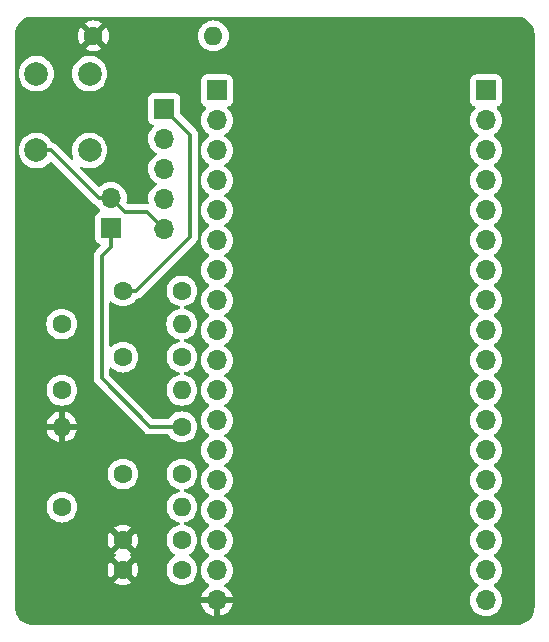
<source format=gbr>
%TF.GenerationSoftware,KiCad,Pcbnew,8.0.2*%
%TF.CreationDate,2025-02-13T09:09:47+01:00*%
%TF.ProjectId,Carte_main,43617274-655f-46d6-9169-6e2e6b696361,rev?*%
%TF.SameCoordinates,Original*%
%TF.FileFunction,Copper,L2,Bot*%
%TF.FilePolarity,Positive*%
%FSLAX46Y46*%
G04 Gerber Fmt 4.6, Leading zero omitted, Abs format (unit mm)*
G04 Created by KiCad (PCBNEW 8.0.2) date 2025-02-13 09:09:47*
%MOMM*%
%LPD*%
G01*
G04 APERTURE LIST*
%TA.AperFunction,ComponentPad*%
%ADD10C,1.600000*%
%TD*%
%TA.AperFunction,ComponentPad*%
%ADD11O,1.600000X1.600000*%
%TD*%
%TA.AperFunction,ComponentPad*%
%ADD12C,2.000000*%
%TD*%
%TA.AperFunction,ComponentPad*%
%ADD13R,1.700000X1.700000*%
%TD*%
%TA.AperFunction,ComponentPad*%
%ADD14O,1.700000X1.700000*%
%TD*%
%TA.AperFunction,Conductor*%
%ADD15C,0.300000*%
%TD*%
G04 APERTURE END LIST*
D10*
%TO.P,C3,1*%
%TO.N,/34*%
X130650000Y-101325000D03*
%TO.P,C3,2*%
%TO.N,Net-(J4-Pin_1)*%
X125650000Y-101325000D03*
%TD*%
%TO.P,R1,1*%
%TO.N,/39*%
X130630000Y-107225000D03*
D11*
%TO.P,R1,2*%
%TO.N,GND*%
X120470000Y-107225000D03*
%TD*%
D10*
%TO.P,C4,1*%
%TO.N,/+5V*%
X130650000Y-119325000D03*
%TO.P,C4,2*%
%TO.N,GND*%
X125650000Y-119325000D03*
%TD*%
%TO.P,R2,1*%
%TO.N,Net-(J4-Pin_4)*%
X120490000Y-104125000D03*
D11*
%TO.P,R2,2*%
%TO.N,/34*%
X130650000Y-104125000D03*
%TD*%
D12*
%TO.P,SW1,1,1*%
%TO.N,/+3.3V*%
X118325000Y-83825000D03*
X118325000Y-77325000D03*
%TO.P,SW1,2,2*%
%TO.N,Net-(J2-Pin_12)*%
X122825000Y-83825000D03*
X122825000Y-77325000D03*
%TD*%
D13*
%TO.P,J4,1,Pin_1*%
%TO.N,Net-(J4-Pin_1)*%
X129150000Y-80305000D03*
D14*
%TO.P,J4,2,Pin_2*%
%TO.N,Net-(J4-Pin_2)*%
X129150000Y-82845000D03*
%TO.P,J4,3,Pin_3*%
%TO.N,Net-(J4-Pin_3)*%
X129150000Y-85385000D03*
%TO.P,J4,4,Pin_4*%
%TO.N,Net-(J4-Pin_4)*%
X129150000Y-87925000D03*
%TO.P,J4,5,Pin_5*%
%TO.N,/+3.3V*%
X129150000Y-90465000D03*
%TD*%
D10*
%TO.P,C2,1*%
%TO.N,/35*%
X130650000Y-95725000D03*
%TO.P,C2,2*%
%TO.N,Net-(J4-Pin_1)*%
X125650000Y-95725000D03*
%TD*%
D13*
%TO.P,J1,1,Pin_1*%
%TO.N,unconnected-(J1-Pin_1-Pad1)*%
X133600000Y-78745000D03*
D14*
%TO.P,J1,2,Pin_2*%
%TO.N,/13_S2*%
X133600000Y-81285000D03*
%TO.P,J1,3,Pin_3*%
%TO.N,unconnected-(J1-Pin_3-Pad3)*%
X133600000Y-83825000D03*
%TO.P,J1,4,Pin_4*%
%TO.N,/14_S3*%
X133600000Y-86365000D03*
%TO.P,J1,5,Pin_5*%
%TO.N,unconnected-(J1-Pin_5-Pad5)*%
X133600000Y-88905000D03*
%TO.P,J1,6,Pin_6*%
%TO.N,unconnected-(J1-Pin_6-Pad6)*%
X133600000Y-91445000D03*
%TO.P,J1,7,Pin_7*%
%TO.N,unconnected-(J1-Pin_7-Pad7)*%
X133600000Y-93985000D03*
%TO.P,J1,8,Pin_8*%
%TO.N,unconnected-(J1-Pin_8-Pad8)*%
X133600000Y-96525000D03*
%TO.P,J1,9,Pin_9*%
%TO.N,unconnected-(J1-Pin_9-Pad9)*%
X133600000Y-99065000D03*
%TO.P,J1,10,Pin_10*%
%TO.N,/35*%
X133600000Y-101605000D03*
%TO.P,J1,11,Pin_11*%
%TO.N,/34*%
X133600000Y-104145000D03*
%TO.P,J1,12,Pin_12*%
%TO.N,/39*%
X133600000Y-106685000D03*
%TO.P,J1,13,Pin_13*%
%TO.N,unconnected-(J1-Pin_13-Pad13)*%
X133600000Y-109225000D03*
%TO.P,J1,14,Pin_14*%
%TO.N,unconnected-(J1-Pin_14-Pad14)*%
X133600000Y-111765000D03*
%TO.P,J1,15,Pin_15*%
%TO.N,/36*%
X133600000Y-114305000D03*
%TO.P,J1,16,Pin_16*%
%TO.N,/+3.3V*%
X133600000Y-116845000D03*
%TO.P,J1,17,Pin_17*%
%TO.N,/+5V*%
X133600000Y-119385000D03*
%TO.P,J1,18,Pin_18*%
%TO.N,GND*%
X133600000Y-121925000D03*
%TD*%
D10*
%TO.P,R5,1*%
%TO.N,GND*%
X123145000Y-74125000D03*
D11*
%TO.P,R5,2*%
%TO.N,Net-(J2-Pin_12)*%
X133305000Y-74125000D03*
%TD*%
D10*
%TO.P,R4,1*%
%TO.N,Net-(J4-Pin_2)*%
X120490000Y-114025000D03*
D11*
%TO.P,R4,2*%
%TO.N,/36*%
X130650000Y-114025000D03*
%TD*%
D10*
%TO.P,R3,1*%
%TO.N,Net-(J4-Pin_3)*%
X120470000Y-98525000D03*
D11*
%TO.P,R3,2*%
%TO.N,/35*%
X130630000Y-98525000D03*
%TD*%
D13*
%TO.P,J3,1,Pin_1*%
%TO.N,/39*%
X124625000Y-90400000D03*
D14*
%TO.P,J3,2,Pin_2*%
%TO.N,/+3.3V*%
X124625000Y-87860000D03*
%TD*%
D10*
%TO.P,C1,1*%
%TO.N,/36*%
X130650000Y-111225000D03*
%TO.P,C1,2*%
%TO.N,Net-(J4-Pin_1)*%
X125650000Y-111225000D03*
%TD*%
D13*
%TO.P,J2,1,Pin_1*%
%TO.N,/16_S0*%
X156400000Y-78745000D03*
D14*
%TO.P,J2,2,Pin_2*%
%TO.N,unconnected-(J2-Pin_2-Pad2)*%
X156400000Y-81285000D03*
%TO.P,J2,3,Pin_3*%
%TO.N,/4_S5*%
X156400000Y-83825000D03*
%TO.P,J2,4,Pin_4*%
%TO.N,unconnected-(J2-Pin_4-Pad4)*%
X156400000Y-86365000D03*
%TO.P,J2,5,Pin_5*%
%TO.N,/15_S4*%
X156400000Y-88905000D03*
%TO.P,J2,6,Pin_6*%
%TO.N,unconnected-(J2-Pin_6-Pad6)*%
X156400000Y-91445000D03*
%TO.P,J2,7,Pin_7*%
%TO.N,unconnected-(J2-Pin_7-Pad7)*%
X156400000Y-93985000D03*
%TO.P,J2,8,Pin_8*%
%TO.N,unconnected-(J2-Pin_8-Pad8)*%
X156400000Y-96525000D03*
%TO.P,J2,9,Pin_9*%
%TO.N,unconnected-(J2-Pin_9-Pad9)*%
X156400000Y-99065000D03*
%TO.P,J2,10,Pin_10*%
%TO.N,unconnected-(J2-Pin_10-Pad10)*%
X156400000Y-101605000D03*
%TO.P,J2,11,Pin_11*%
%TO.N,unconnected-(J2-Pin_11-Pad11)*%
X156400000Y-104145000D03*
%TO.P,J2,12,Pin_12*%
%TO.N,Net-(J2-Pin_12)*%
X156400000Y-106685000D03*
%TO.P,J2,13,Pin_13*%
%TO.N,unconnected-(J2-Pin_13-Pad13)*%
X156400000Y-109225000D03*
%TO.P,J2,14,Pin_14*%
%TO.N,unconnected-(J2-Pin_14-Pad14)*%
X156400000Y-111765000D03*
%TO.P,J2,15,Pin_15*%
%TO.N,unconnected-(J2-Pin_15-Pad15)*%
X156400000Y-114305000D03*
%TO.P,J2,16,Pin_16*%
%TO.N,unconnected-(J2-Pin_16-Pad16)*%
X156400000Y-116845000D03*
%TO.P,J2,17,Pin_17*%
%TO.N,unconnected-(J2-Pin_17-Pad17)*%
X156400000Y-119385000D03*
%TO.P,J2,18,Pin_18*%
%TO.N,unconnected-(J2-Pin_18-Pad18)*%
X156400000Y-121925000D03*
%TD*%
D10*
%TO.P,C5,1*%
%TO.N,/+3.3V*%
X130650000Y-116825000D03*
%TO.P,C5,2*%
%TO.N,GND*%
X125650000Y-116825000D03*
%TD*%
D15*
%TO.N,Net-(J4-Pin_1)*%
X131350000Y-82505000D02*
X131350000Y-91125000D01*
X131350000Y-91125000D02*
X126750000Y-95725000D01*
X126750000Y-95725000D02*
X125650000Y-95725000D01*
X129150000Y-80305000D02*
X131350000Y-82505000D01*
%TO.N,/+3.3V*%
X127710000Y-89025000D02*
X125790000Y-89025000D01*
X125790000Y-89025000D02*
X124625000Y-87860000D01*
X123610000Y-87860000D02*
X119575000Y-83825000D01*
X119575000Y-83825000D02*
X118325000Y-83825000D01*
X129150000Y-90465000D02*
X127710000Y-89025000D01*
X124625000Y-87860000D02*
X123610000Y-87860000D01*
%TO.N,/39*%
X124625000Y-92000000D02*
X123850000Y-92775000D01*
X127950000Y-107225000D02*
X130630000Y-107225000D01*
X124625000Y-90400000D02*
X124625000Y-92000000D01*
X123850000Y-92775000D02*
X123850000Y-103125000D01*
X123850000Y-103125000D02*
X127950000Y-107225000D01*
%TD*%
%TA.AperFunction,Conductor*%
%TO.N,GND*%
G36*
X159004418Y-72500816D02*
G01*
X159204561Y-72515130D01*
X159222063Y-72517647D01*
X159413797Y-72559355D01*
X159430755Y-72564334D01*
X159614609Y-72632909D01*
X159630701Y-72640259D01*
X159802904Y-72734288D01*
X159817784Y-72743849D01*
X159946038Y-72839860D01*
X159974867Y-72861441D01*
X159988237Y-72873027D01*
X160126972Y-73011762D01*
X160138558Y-73025132D01*
X160213283Y-73124953D01*
X160256146Y-73182210D01*
X160265711Y-73197095D01*
X160359740Y-73369298D01*
X160367090Y-73385390D01*
X160435662Y-73569236D01*
X160440646Y-73586212D01*
X160482351Y-73777931D01*
X160484869Y-73795442D01*
X160499184Y-73995580D01*
X160499500Y-74004427D01*
X160499500Y-122495572D01*
X160499184Y-122504419D01*
X160484869Y-122704557D01*
X160482351Y-122722068D01*
X160440646Y-122913787D01*
X160435662Y-122930763D01*
X160367090Y-123114609D01*
X160359740Y-123130701D01*
X160265711Y-123302904D01*
X160256146Y-123317789D01*
X160138558Y-123474867D01*
X160126972Y-123488237D01*
X159988237Y-123626972D01*
X159974867Y-123638558D01*
X159817789Y-123756146D01*
X159802904Y-123765711D01*
X159630701Y-123859740D01*
X159614609Y-123867090D01*
X159430763Y-123935662D01*
X159413787Y-123940646D01*
X159222068Y-123982351D01*
X159204557Y-123984869D01*
X159023779Y-123997799D01*
X159004417Y-123999184D01*
X158995572Y-123999500D01*
X118004428Y-123999500D01*
X117995582Y-123999184D01*
X117973622Y-123997613D01*
X117795442Y-123984869D01*
X117777931Y-123982351D01*
X117586212Y-123940646D01*
X117569236Y-123935662D01*
X117385390Y-123867090D01*
X117369298Y-123859740D01*
X117197095Y-123765711D01*
X117182210Y-123756146D01*
X117025132Y-123638558D01*
X117011762Y-123626972D01*
X116873027Y-123488237D01*
X116861441Y-123474867D01*
X116743849Y-123317784D01*
X116734288Y-123302904D01*
X116640259Y-123130701D01*
X116632909Y-123114609D01*
X116576545Y-122963493D01*
X116564334Y-122930755D01*
X116559355Y-122913797D01*
X116517647Y-122722063D01*
X116515130Y-122704556D01*
X116507854Y-122602830D01*
X116500816Y-122504418D01*
X116500500Y-122495572D01*
X116500500Y-116824997D01*
X124345034Y-116824997D01*
X124345034Y-116825002D01*
X124364858Y-117051599D01*
X124364860Y-117051610D01*
X124423730Y-117271317D01*
X124423735Y-117271331D01*
X124519863Y-117477478D01*
X124570974Y-117550472D01*
X125250000Y-116871446D01*
X125250000Y-116877661D01*
X125277259Y-116979394D01*
X125329920Y-117070606D01*
X125404394Y-117145080D01*
X125495606Y-117197741D01*
X125597339Y-117225000D01*
X125603553Y-117225000D01*
X124924526Y-117904025D01*
X124997513Y-117955132D01*
X124997517Y-117955134D01*
X125013566Y-117962618D01*
X125066005Y-118008790D01*
X125085157Y-118075984D01*
X125064941Y-118142865D01*
X125013568Y-118187381D01*
X124997518Y-118194865D01*
X124997512Y-118194868D01*
X124924526Y-118245973D01*
X124924526Y-118245974D01*
X125603553Y-118925000D01*
X125597339Y-118925000D01*
X125495606Y-118952259D01*
X125404394Y-119004920D01*
X125329920Y-119079394D01*
X125277259Y-119170606D01*
X125250000Y-119272339D01*
X125250000Y-119278552D01*
X124570974Y-118599526D01*
X124570973Y-118599526D01*
X124519868Y-118672512D01*
X124519866Y-118672516D01*
X124423734Y-118878673D01*
X124423730Y-118878682D01*
X124364860Y-119098389D01*
X124364858Y-119098400D01*
X124345034Y-119324997D01*
X124345034Y-119325002D01*
X124364858Y-119551599D01*
X124364860Y-119551610D01*
X124423730Y-119771317D01*
X124423735Y-119771331D01*
X124519863Y-119977478D01*
X124570974Y-120050472D01*
X125250000Y-119371446D01*
X125250000Y-119377661D01*
X125277259Y-119479394D01*
X125329920Y-119570606D01*
X125404394Y-119645080D01*
X125495606Y-119697741D01*
X125597339Y-119725000D01*
X125603553Y-119725000D01*
X124924526Y-120404025D01*
X124997513Y-120455132D01*
X124997521Y-120455136D01*
X125203668Y-120551264D01*
X125203682Y-120551269D01*
X125423389Y-120610139D01*
X125423400Y-120610141D01*
X125649998Y-120629966D01*
X125650002Y-120629966D01*
X125876599Y-120610141D01*
X125876610Y-120610139D01*
X126096317Y-120551269D01*
X126096331Y-120551264D01*
X126302478Y-120455136D01*
X126375471Y-120404024D01*
X125696447Y-119725000D01*
X125702661Y-119725000D01*
X125804394Y-119697741D01*
X125895606Y-119645080D01*
X125970080Y-119570606D01*
X126022741Y-119479394D01*
X126050000Y-119377661D01*
X126050000Y-119371447D01*
X126729024Y-120050471D01*
X126780136Y-119977478D01*
X126876264Y-119771331D01*
X126876269Y-119771317D01*
X126935139Y-119551610D01*
X126935141Y-119551599D01*
X126954966Y-119325002D01*
X126954966Y-119324997D01*
X126935141Y-119098400D01*
X126935139Y-119098389D01*
X126876269Y-118878682D01*
X126876264Y-118878668D01*
X126780136Y-118672521D01*
X126780132Y-118672513D01*
X126729025Y-118599526D01*
X126050000Y-119278551D01*
X126050000Y-119272339D01*
X126022741Y-119170606D01*
X125970080Y-119079394D01*
X125895606Y-119004920D01*
X125804394Y-118952259D01*
X125702661Y-118925000D01*
X125696448Y-118925000D01*
X126375472Y-118245974D01*
X126302481Y-118194865D01*
X126286435Y-118187383D01*
X126233995Y-118141211D01*
X126214842Y-118074018D01*
X126235057Y-118007137D01*
X126286435Y-117962617D01*
X126302480Y-117955135D01*
X126375471Y-117904024D01*
X125696447Y-117225000D01*
X125702661Y-117225000D01*
X125804394Y-117197741D01*
X125895606Y-117145080D01*
X125970080Y-117070606D01*
X126022741Y-116979394D01*
X126050000Y-116877661D01*
X126050000Y-116871447D01*
X126729024Y-117550471D01*
X126780136Y-117477478D01*
X126876264Y-117271331D01*
X126876269Y-117271317D01*
X126935139Y-117051610D01*
X126935141Y-117051599D01*
X126954966Y-116825002D01*
X126954966Y-116824997D01*
X126935141Y-116598400D01*
X126935139Y-116598389D01*
X126876269Y-116378682D01*
X126876264Y-116378668D01*
X126780136Y-116172521D01*
X126780132Y-116172513D01*
X126729025Y-116099526D01*
X126050000Y-116778551D01*
X126050000Y-116772339D01*
X126022741Y-116670606D01*
X125970080Y-116579394D01*
X125895606Y-116504920D01*
X125804394Y-116452259D01*
X125702661Y-116425000D01*
X125696448Y-116425000D01*
X126375472Y-115745974D01*
X126302478Y-115694863D01*
X126096331Y-115598735D01*
X126096317Y-115598730D01*
X125876610Y-115539860D01*
X125876599Y-115539858D01*
X125650002Y-115520034D01*
X125649998Y-115520034D01*
X125423400Y-115539858D01*
X125423389Y-115539860D01*
X125203682Y-115598730D01*
X125203673Y-115598734D01*
X124997516Y-115694866D01*
X124997512Y-115694868D01*
X124924526Y-115745973D01*
X124924526Y-115745974D01*
X125603553Y-116425000D01*
X125597339Y-116425000D01*
X125495606Y-116452259D01*
X125404394Y-116504920D01*
X125329920Y-116579394D01*
X125277259Y-116670606D01*
X125250000Y-116772339D01*
X125250000Y-116778552D01*
X124570974Y-116099526D01*
X124570973Y-116099526D01*
X124519868Y-116172512D01*
X124519866Y-116172516D01*
X124423734Y-116378673D01*
X124423730Y-116378682D01*
X124364860Y-116598389D01*
X124364858Y-116598400D01*
X124345034Y-116824997D01*
X116500500Y-116824997D01*
X116500500Y-114024998D01*
X119184532Y-114024998D01*
X119184532Y-114025001D01*
X119204364Y-114251686D01*
X119204366Y-114251697D01*
X119263258Y-114471488D01*
X119263261Y-114471497D01*
X119359431Y-114677732D01*
X119359432Y-114677734D01*
X119489954Y-114864141D01*
X119650858Y-115025045D01*
X119650861Y-115025047D01*
X119837266Y-115155568D01*
X120043504Y-115251739D01*
X120263308Y-115310635D01*
X120425230Y-115324801D01*
X120489998Y-115330468D01*
X120490000Y-115330468D01*
X120490002Y-115330468D01*
X120546673Y-115325509D01*
X120716692Y-115310635D01*
X120936496Y-115251739D01*
X121142734Y-115155568D01*
X121329139Y-115025047D01*
X121490047Y-114864139D01*
X121620568Y-114677734D01*
X121716739Y-114471496D01*
X121775635Y-114251692D01*
X121795468Y-114025000D01*
X121775635Y-113798308D01*
X121716739Y-113578504D01*
X121620568Y-113372266D01*
X121490047Y-113185861D01*
X121490045Y-113185858D01*
X121329141Y-113024954D01*
X121142734Y-112894432D01*
X121142732Y-112894431D01*
X120936497Y-112798261D01*
X120936488Y-112798258D01*
X120716697Y-112739366D01*
X120716693Y-112739365D01*
X120716692Y-112739365D01*
X120716691Y-112739364D01*
X120716686Y-112739364D01*
X120490002Y-112719532D01*
X120489998Y-112719532D01*
X120263313Y-112739364D01*
X120263302Y-112739366D01*
X120043511Y-112798258D01*
X120043502Y-112798261D01*
X119837267Y-112894431D01*
X119837265Y-112894432D01*
X119650858Y-113024954D01*
X119489954Y-113185858D01*
X119359432Y-113372265D01*
X119359431Y-113372267D01*
X119263261Y-113578502D01*
X119263258Y-113578511D01*
X119204366Y-113798302D01*
X119204364Y-113798313D01*
X119184532Y-114024998D01*
X116500500Y-114024998D01*
X116500500Y-111224998D01*
X124344532Y-111224998D01*
X124344532Y-111225001D01*
X124364364Y-111451686D01*
X124364366Y-111451697D01*
X124423258Y-111671488D01*
X124423261Y-111671497D01*
X124519431Y-111877732D01*
X124519432Y-111877734D01*
X124649954Y-112064141D01*
X124810858Y-112225045D01*
X124810861Y-112225047D01*
X124997266Y-112355568D01*
X125203504Y-112451739D01*
X125423308Y-112510635D01*
X125585230Y-112524801D01*
X125649998Y-112530468D01*
X125650000Y-112530468D01*
X125650002Y-112530468D01*
X125706673Y-112525509D01*
X125876692Y-112510635D01*
X126096496Y-112451739D01*
X126302734Y-112355568D01*
X126489139Y-112225047D01*
X126650047Y-112064139D01*
X126780568Y-111877734D01*
X126876739Y-111671496D01*
X126935635Y-111451692D01*
X126955468Y-111225000D01*
X126955468Y-111224998D01*
X129344532Y-111224998D01*
X129344532Y-111225001D01*
X129364364Y-111451686D01*
X129364366Y-111451697D01*
X129423258Y-111671488D01*
X129423261Y-111671497D01*
X129519431Y-111877732D01*
X129519432Y-111877734D01*
X129649954Y-112064141D01*
X129810858Y-112225045D01*
X129810861Y-112225047D01*
X129997266Y-112355568D01*
X130203504Y-112451739D01*
X130203509Y-112451740D01*
X130203511Y-112451741D01*
X130403117Y-112505225D01*
X130462778Y-112541590D01*
X130493307Y-112604437D01*
X130485012Y-112673812D01*
X130440527Y-112727690D01*
X130403117Y-112744775D01*
X130203511Y-112798258D01*
X130203502Y-112798261D01*
X129997267Y-112894431D01*
X129997265Y-112894432D01*
X129810858Y-113024954D01*
X129649954Y-113185858D01*
X129519432Y-113372265D01*
X129519431Y-113372267D01*
X129423261Y-113578502D01*
X129423258Y-113578511D01*
X129364366Y-113798302D01*
X129364364Y-113798313D01*
X129344532Y-114024998D01*
X129344532Y-114025001D01*
X129364364Y-114251686D01*
X129364366Y-114251697D01*
X129423258Y-114471488D01*
X129423261Y-114471497D01*
X129519431Y-114677732D01*
X129519432Y-114677734D01*
X129649954Y-114864141D01*
X129810858Y-115025045D01*
X129810861Y-115025047D01*
X129997266Y-115155568D01*
X130203504Y-115251739D01*
X130203509Y-115251740D01*
X130203511Y-115251741D01*
X130403117Y-115305225D01*
X130462778Y-115341590D01*
X130493307Y-115404437D01*
X130485012Y-115473812D01*
X130440527Y-115527690D01*
X130403117Y-115544775D01*
X130203511Y-115598258D01*
X130203502Y-115598261D01*
X129997267Y-115694431D01*
X129997265Y-115694432D01*
X129810858Y-115824954D01*
X129649954Y-115985858D01*
X129519432Y-116172265D01*
X129519431Y-116172267D01*
X129423261Y-116378502D01*
X129423258Y-116378511D01*
X129364366Y-116598302D01*
X129364364Y-116598313D01*
X129344532Y-116824998D01*
X129344532Y-116825001D01*
X129364364Y-117051686D01*
X129364366Y-117051697D01*
X129423258Y-117271488D01*
X129423261Y-117271497D01*
X129519431Y-117477732D01*
X129519432Y-117477734D01*
X129649954Y-117664141D01*
X129810858Y-117825045D01*
X129810861Y-117825047D01*
X129997266Y-117955568D01*
X130012387Y-117962619D01*
X130064825Y-118008791D01*
X130083976Y-118075985D01*
X130063760Y-118142866D01*
X130012387Y-118187380D01*
X129997266Y-118194432D01*
X129997264Y-118194433D01*
X129810858Y-118324954D01*
X129649954Y-118485858D01*
X129519432Y-118672265D01*
X129519431Y-118672267D01*
X129423261Y-118878502D01*
X129423258Y-118878511D01*
X129364366Y-119098302D01*
X129364364Y-119098313D01*
X129344532Y-119324998D01*
X129344532Y-119325001D01*
X129364364Y-119551686D01*
X129364366Y-119551697D01*
X129423258Y-119771488D01*
X129423261Y-119771497D01*
X129519431Y-119977732D01*
X129519432Y-119977734D01*
X129649954Y-120164141D01*
X129810858Y-120325045D01*
X129810861Y-120325047D01*
X129997266Y-120455568D01*
X130203504Y-120551739D01*
X130203509Y-120551740D01*
X130203511Y-120551741D01*
X130230733Y-120559035D01*
X130423308Y-120610635D01*
X130585230Y-120624801D01*
X130649998Y-120630468D01*
X130650000Y-120630468D01*
X130650002Y-120630468D01*
X130706673Y-120625509D01*
X130876692Y-120610635D01*
X131096496Y-120551739D01*
X131302734Y-120455568D01*
X131489139Y-120325047D01*
X131650047Y-120164139D01*
X131780568Y-119977734D01*
X131876739Y-119771496D01*
X131935635Y-119551692D01*
X131955468Y-119325000D01*
X131935635Y-119098308D01*
X131876739Y-118878504D01*
X131780568Y-118672266D01*
X131650047Y-118485861D01*
X131650045Y-118485858D01*
X131489141Y-118324954D01*
X131302734Y-118194432D01*
X131287614Y-118187381D01*
X131235176Y-118141211D01*
X131216023Y-118074018D01*
X131236238Y-118007136D01*
X131287614Y-117962618D01*
X131302734Y-117955568D01*
X131489139Y-117825047D01*
X131650047Y-117664139D01*
X131780568Y-117477734D01*
X131876739Y-117271496D01*
X131935635Y-117051692D01*
X131955468Y-116825000D01*
X131935635Y-116598308D01*
X131876739Y-116378504D01*
X131780568Y-116172266D01*
X131650047Y-115985861D01*
X131650045Y-115985858D01*
X131489141Y-115824954D01*
X131302734Y-115694432D01*
X131302732Y-115694431D01*
X131096497Y-115598261D01*
X131096488Y-115598258D01*
X130896882Y-115544775D01*
X130837221Y-115508410D01*
X130806692Y-115445563D01*
X130814987Y-115376188D01*
X130859472Y-115322310D01*
X130896882Y-115305225D01*
X131096496Y-115251739D01*
X131302734Y-115155568D01*
X131489139Y-115025047D01*
X131650047Y-114864139D01*
X131780568Y-114677734D01*
X131876739Y-114471496D01*
X131935635Y-114251692D01*
X131955468Y-114025000D01*
X131935635Y-113798308D01*
X131876739Y-113578504D01*
X131780568Y-113372266D01*
X131650047Y-113185861D01*
X131650045Y-113185858D01*
X131489141Y-113024954D01*
X131302734Y-112894432D01*
X131302732Y-112894431D01*
X131096497Y-112798261D01*
X131096488Y-112798258D01*
X130896882Y-112744775D01*
X130837221Y-112708410D01*
X130806692Y-112645563D01*
X130814987Y-112576188D01*
X130859472Y-112522310D01*
X130896882Y-112505225D01*
X131096496Y-112451739D01*
X131302734Y-112355568D01*
X131489139Y-112225047D01*
X131650047Y-112064139D01*
X131780568Y-111877734D01*
X131876739Y-111671496D01*
X131935635Y-111451692D01*
X131955468Y-111225000D01*
X131935635Y-110998308D01*
X131876739Y-110778504D01*
X131780568Y-110572266D01*
X131667051Y-110410145D01*
X131650045Y-110385858D01*
X131489141Y-110224954D01*
X131302734Y-110094432D01*
X131302732Y-110094431D01*
X131096497Y-109998261D01*
X131096488Y-109998258D01*
X130876697Y-109939366D01*
X130876693Y-109939365D01*
X130876692Y-109939365D01*
X130876691Y-109939364D01*
X130876686Y-109939364D01*
X130650002Y-109919532D01*
X130649998Y-109919532D01*
X130423313Y-109939364D01*
X130423302Y-109939366D01*
X130203511Y-109998258D01*
X130203502Y-109998261D01*
X129997267Y-110094431D01*
X129997265Y-110094432D01*
X129810858Y-110224954D01*
X129649954Y-110385858D01*
X129519432Y-110572265D01*
X129519431Y-110572267D01*
X129423261Y-110778502D01*
X129423258Y-110778511D01*
X129364366Y-110998302D01*
X129364364Y-110998313D01*
X129344532Y-111224998D01*
X126955468Y-111224998D01*
X126935635Y-110998308D01*
X126876739Y-110778504D01*
X126780568Y-110572266D01*
X126667051Y-110410145D01*
X126650045Y-110385858D01*
X126489141Y-110224954D01*
X126302734Y-110094432D01*
X126302732Y-110094431D01*
X126096497Y-109998261D01*
X126096488Y-109998258D01*
X125876697Y-109939366D01*
X125876693Y-109939365D01*
X125876692Y-109939365D01*
X125876691Y-109939364D01*
X125876686Y-109939364D01*
X125650002Y-109919532D01*
X125649998Y-109919532D01*
X125423313Y-109939364D01*
X125423302Y-109939366D01*
X125203511Y-109998258D01*
X125203502Y-109998261D01*
X124997267Y-110094431D01*
X124997265Y-110094432D01*
X124810858Y-110224954D01*
X124649954Y-110385858D01*
X124519432Y-110572265D01*
X124519431Y-110572267D01*
X124423261Y-110778502D01*
X124423258Y-110778511D01*
X124364366Y-110998302D01*
X124364364Y-110998313D01*
X124344532Y-111224998D01*
X116500500Y-111224998D01*
X116500500Y-106974999D01*
X119191127Y-106974999D01*
X119191128Y-106975000D01*
X120154314Y-106975000D01*
X120149920Y-106979394D01*
X120097259Y-107070606D01*
X120070000Y-107172339D01*
X120070000Y-107277661D01*
X120097259Y-107379394D01*
X120149920Y-107470606D01*
X120154314Y-107475000D01*
X119191128Y-107475000D01*
X119243730Y-107671317D01*
X119243734Y-107671326D01*
X119339865Y-107877482D01*
X119470342Y-108063820D01*
X119631179Y-108224657D01*
X119817517Y-108355134D01*
X120023673Y-108451265D01*
X120023682Y-108451269D01*
X120219999Y-108503872D01*
X120220000Y-108503871D01*
X120220000Y-107540686D01*
X120224394Y-107545080D01*
X120315606Y-107597741D01*
X120417339Y-107625000D01*
X120522661Y-107625000D01*
X120624394Y-107597741D01*
X120715606Y-107545080D01*
X120720000Y-107540686D01*
X120720000Y-108503872D01*
X120916317Y-108451269D01*
X120916326Y-108451265D01*
X121122482Y-108355134D01*
X121308820Y-108224657D01*
X121469657Y-108063820D01*
X121600134Y-107877482D01*
X121696265Y-107671326D01*
X121696269Y-107671317D01*
X121748872Y-107475000D01*
X120785686Y-107475000D01*
X120790080Y-107470606D01*
X120842741Y-107379394D01*
X120870000Y-107277661D01*
X120870000Y-107172339D01*
X120842741Y-107070606D01*
X120790080Y-106979394D01*
X120785686Y-106975000D01*
X121748872Y-106975000D01*
X121748872Y-106974999D01*
X121696269Y-106778682D01*
X121696265Y-106778673D01*
X121600134Y-106572517D01*
X121469657Y-106386179D01*
X121308820Y-106225342D01*
X121122482Y-106094865D01*
X120916328Y-105998734D01*
X120720000Y-105946127D01*
X120720000Y-106909314D01*
X120715606Y-106904920D01*
X120624394Y-106852259D01*
X120522661Y-106825000D01*
X120417339Y-106825000D01*
X120315606Y-106852259D01*
X120224394Y-106904920D01*
X120220000Y-106909314D01*
X120220000Y-105946127D01*
X120023671Y-105998734D01*
X119817517Y-106094865D01*
X119631179Y-106225342D01*
X119470342Y-106386179D01*
X119339865Y-106572517D01*
X119243734Y-106778673D01*
X119243730Y-106778682D01*
X119191127Y-106974999D01*
X116500500Y-106974999D01*
X116500500Y-104124998D01*
X119184532Y-104124998D01*
X119184532Y-104125001D01*
X119204364Y-104351686D01*
X119204366Y-104351697D01*
X119263258Y-104571488D01*
X119263261Y-104571497D01*
X119359431Y-104777732D01*
X119359432Y-104777734D01*
X119489954Y-104964141D01*
X119650858Y-105125045D01*
X119650861Y-105125047D01*
X119837266Y-105255568D01*
X120043504Y-105351739D01*
X120263308Y-105410635D01*
X120425230Y-105424801D01*
X120489998Y-105430468D01*
X120490000Y-105430468D01*
X120490002Y-105430468D01*
X120546673Y-105425509D01*
X120716692Y-105410635D01*
X120936496Y-105351739D01*
X121142734Y-105255568D01*
X121329139Y-105125047D01*
X121490047Y-104964139D01*
X121620568Y-104777734D01*
X121716739Y-104571496D01*
X121775635Y-104351692D01*
X121795468Y-104125000D01*
X121775635Y-103898308D01*
X121716739Y-103678504D01*
X121620568Y-103472266D01*
X121490047Y-103285861D01*
X121490045Y-103285858D01*
X121329141Y-103124954D01*
X121142734Y-102994432D01*
X121142732Y-102994431D01*
X120936497Y-102898261D01*
X120936488Y-102898258D01*
X120716697Y-102839366D01*
X120716693Y-102839365D01*
X120716692Y-102839365D01*
X120716691Y-102839364D01*
X120716686Y-102839364D01*
X120490002Y-102819532D01*
X120489998Y-102819532D01*
X120263313Y-102839364D01*
X120263302Y-102839366D01*
X120043511Y-102898258D01*
X120043502Y-102898261D01*
X119837267Y-102994431D01*
X119837265Y-102994432D01*
X119650858Y-103124954D01*
X119489954Y-103285858D01*
X119359432Y-103472265D01*
X119359431Y-103472267D01*
X119263261Y-103678502D01*
X119263258Y-103678511D01*
X119204366Y-103898302D01*
X119204364Y-103898313D01*
X119184532Y-104124998D01*
X116500500Y-104124998D01*
X116500500Y-98524998D01*
X119164532Y-98524998D01*
X119164532Y-98525001D01*
X119184364Y-98751686D01*
X119184366Y-98751697D01*
X119243258Y-98971488D01*
X119243261Y-98971497D01*
X119339431Y-99177732D01*
X119339432Y-99177734D01*
X119469954Y-99364141D01*
X119630858Y-99525045D01*
X119630861Y-99525047D01*
X119817266Y-99655568D01*
X120023504Y-99751739D01*
X120243308Y-99810635D01*
X120405230Y-99824801D01*
X120469998Y-99830468D01*
X120470000Y-99830468D01*
X120470002Y-99830468D01*
X120526673Y-99825509D01*
X120696692Y-99810635D01*
X120916496Y-99751739D01*
X121122734Y-99655568D01*
X121309139Y-99525047D01*
X121470047Y-99364139D01*
X121600568Y-99177734D01*
X121696739Y-98971496D01*
X121755635Y-98751692D01*
X121775468Y-98525000D01*
X121755635Y-98298308D01*
X121696739Y-98078504D01*
X121600568Y-97872266D01*
X121487051Y-97710145D01*
X121470045Y-97685858D01*
X121309141Y-97524954D01*
X121122734Y-97394432D01*
X121122732Y-97394431D01*
X120916497Y-97298261D01*
X120916488Y-97298258D01*
X120696697Y-97239366D01*
X120696693Y-97239365D01*
X120696692Y-97239365D01*
X120696691Y-97239364D01*
X120696686Y-97239364D01*
X120470002Y-97219532D01*
X120469998Y-97219532D01*
X120243313Y-97239364D01*
X120243302Y-97239366D01*
X120023511Y-97298258D01*
X120023502Y-97298261D01*
X119817267Y-97394431D01*
X119817265Y-97394432D01*
X119630858Y-97524954D01*
X119469954Y-97685858D01*
X119339432Y-97872265D01*
X119339431Y-97872267D01*
X119243261Y-98078502D01*
X119243258Y-98078511D01*
X119184366Y-98298302D01*
X119184364Y-98298313D01*
X119164532Y-98524998D01*
X116500500Y-98524998D01*
X116500500Y-83824994D01*
X116819357Y-83824994D01*
X116819357Y-83825005D01*
X116839890Y-84072812D01*
X116839892Y-84072824D01*
X116900936Y-84313881D01*
X117000826Y-84541606D01*
X117136833Y-84749782D01*
X117136836Y-84749785D01*
X117305256Y-84932738D01*
X117501491Y-85085474D01*
X117501493Y-85085475D01*
X117706787Y-85196575D01*
X117720190Y-85203828D01*
X117955386Y-85284571D01*
X118200665Y-85325500D01*
X118449335Y-85325500D01*
X118694614Y-85284571D01*
X118929810Y-85203828D01*
X119148509Y-85085474D01*
X119344744Y-84932738D01*
X119457596Y-84810147D01*
X119517481Y-84774159D01*
X119587319Y-84776259D01*
X119636505Y-84806451D01*
X123195325Y-88365272D01*
X123195328Y-88365275D01*
X123195331Y-88365277D01*
X123246549Y-88399499D01*
X123301873Y-88436465D01*
X123345832Y-88454673D01*
X123383523Y-88470286D01*
X123437926Y-88514127D01*
X123448449Y-88532435D01*
X123450964Y-88537829D01*
X123450967Y-88537834D01*
X123586501Y-88731395D01*
X123586506Y-88731402D01*
X123708430Y-88853326D01*
X123741915Y-88914649D01*
X123736931Y-88984341D01*
X123695059Y-89040274D01*
X123664083Y-89057189D01*
X123532669Y-89106203D01*
X123532664Y-89106206D01*
X123417455Y-89192452D01*
X123417452Y-89192455D01*
X123331206Y-89307664D01*
X123331202Y-89307671D01*
X123280908Y-89442517D01*
X123274501Y-89502116D01*
X123274500Y-89502135D01*
X123274500Y-91297870D01*
X123274501Y-91297876D01*
X123280908Y-91357483D01*
X123331202Y-91492328D01*
X123331206Y-91492335D01*
X123417452Y-91607544D01*
X123417455Y-91607547D01*
X123532664Y-91693793D01*
X123532671Y-91693797D01*
X123667513Y-91744090D01*
X123667514Y-91744090D01*
X123667517Y-91744091D01*
X123674782Y-91744872D01*
X123739332Y-91771607D01*
X123779182Y-91828998D01*
X123781678Y-91898823D01*
X123749210Y-91955842D01*
X123344725Y-92360328D01*
X123344724Y-92360329D01*
X123287817Y-92445499D01*
X123287815Y-92445502D01*
X123273536Y-92466870D01*
X123273533Y-92466875D01*
X123224499Y-92585255D01*
X123224497Y-92585261D01*
X123199500Y-92710928D01*
X123199500Y-103189070D01*
X123213285Y-103258367D01*
X123213285Y-103258369D01*
X123218753Y-103285861D01*
X123224499Y-103314744D01*
X123273535Y-103433127D01*
X123299687Y-103472267D01*
X123344726Y-103539673D01*
X127535325Y-107730272D01*
X127535331Y-107730277D01*
X127641874Y-107801466D01*
X127711221Y-107830189D01*
X127760256Y-107850501D01*
X127760259Y-107850501D01*
X127760260Y-107850502D01*
X127885928Y-107875500D01*
X127885931Y-107875500D01*
X128014069Y-107875500D01*
X129433317Y-107875500D01*
X129500356Y-107895185D01*
X129534892Y-107928377D01*
X129629954Y-108064141D01*
X129790858Y-108225045D01*
X129790861Y-108225047D01*
X129977266Y-108355568D01*
X130183504Y-108451739D01*
X130403308Y-108510635D01*
X130565230Y-108524801D01*
X130629998Y-108530468D01*
X130630000Y-108530468D01*
X130630002Y-108530468D01*
X130686673Y-108525509D01*
X130856692Y-108510635D01*
X131076496Y-108451739D01*
X131282734Y-108355568D01*
X131469139Y-108225047D01*
X131630047Y-108064139D01*
X131760568Y-107877734D01*
X131856739Y-107671496D01*
X131915635Y-107451692D01*
X131935468Y-107225000D01*
X131915635Y-106998308D01*
X131856739Y-106778504D01*
X131760568Y-106572266D01*
X131630047Y-106385861D01*
X131630045Y-106385858D01*
X131469141Y-106224954D01*
X131282734Y-106094432D01*
X131282732Y-106094431D01*
X131076497Y-105998261D01*
X131076488Y-105998258D01*
X130856697Y-105939366D01*
X130856693Y-105939365D01*
X130856692Y-105939365D01*
X130856691Y-105939364D01*
X130856686Y-105939364D01*
X130630002Y-105919532D01*
X130629998Y-105919532D01*
X130403313Y-105939364D01*
X130403302Y-105939366D01*
X130183511Y-105998258D01*
X130183502Y-105998261D01*
X129977267Y-106094431D01*
X129977265Y-106094432D01*
X129790858Y-106224954D01*
X129629954Y-106385858D01*
X129534892Y-106521623D01*
X129480315Y-106565248D01*
X129433317Y-106574500D01*
X128270808Y-106574500D01*
X128203769Y-106554815D01*
X128183127Y-106538181D01*
X124536819Y-102891873D01*
X124503334Y-102830550D01*
X124500500Y-102804192D01*
X124500500Y-102314049D01*
X124520185Y-102247010D01*
X124572989Y-102201255D01*
X124642147Y-102191311D01*
X124705703Y-102220336D01*
X124712181Y-102226368D01*
X124810858Y-102325045D01*
X124810861Y-102325047D01*
X124997266Y-102455568D01*
X125203504Y-102551739D01*
X125423308Y-102610635D01*
X125585230Y-102624801D01*
X125649998Y-102630468D01*
X125650000Y-102630468D01*
X125650002Y-102630468D01*
X125706673Y-102625509D01*
X125876692Y-102610635D01*
X126096496Y-102551739D01*
X126302734Y-102455568D01*
X126489139Y-102325047D01*
X126650047Y-102164139D01*
X126780568Y-101977734D01*
X126876739Y-101771496D01*
X126935635Y-101551692D01*
X126955468Y-101325000D01*
X126935635Y-101098308D01*
X126876739Y-100878504D01*
X126780568Y-100672266D01*
X126650047Y-100485861D01*
X126650045Y-100485858D01*
X126489141Y-100324954D01*
X126302734Y-100194432D01*
X126302732Y-100194431D01*
X126096497Y-100098261D01*
X126096488Y-100098258D01*
X125876697Y-100039366D01*
X125876693Y-100039365D01*
X125876692Y-100039365D01*
X125876691Y-100039364D01*
X125876686Y-100039364D01*
X125650002Y-100019532D01*
X125649998Y-100019532D01*
X125423313Y-100039364D01*
X125423302Y-100039366D01*
X125203511Y-100098258D01*
X125203502Y-100098261D01*
X124997267Y-100194431D01*
X124997265Y-100194432D01*
X124810858Y-100324954D01*
X124712181Y-100423632D01*
X124650858Y-100457117D01*
X124581166Y-100452133D01*
X124525233Y-100410261D01*
X124500816Y-100344797D01*
X124500500Y-100335951D01*
X124500500Y-98524998D01*
X129324532Y-98524998D01*
X129324532Y-98525001D01*
X129344364Y-98751686D01*
X129344366Y-98751697D01*
X129403258Y-98971488D01*
X129403261Y-98971497D01*
X129499431Y-99177732D01*
X129499432Y-99177734D01*
X129629954Y-99364141D01*
X129790858Y-99525045D01*
X129790861Y-99525047D01*
X129977266Y-99655568D01*
X130183504Y-99751739D01*
X130393118Y-99807904D01*
X130452778Y-99844269D01*
X130483307Y-99907116D01*
X130475012Y-99976491D01*
X130430527Y-100030369D01*
X130393118Y-100047454D01*
X130203508Y-100098259D01*
X130203502Y-100098261D01*
X129997267Y-100194431D01*
X129997265Y-100194432D01*
X129810858Y-100324954D01*
X129649954Y-100485858D01*
X129519432Y-100672265D01*
X129519431Y-100672267D01*
X129423261Y-100878502D01*
X129423258Y-100878511D01*
X129364366Y-101098302D01*
X129364364Y-101098313D01*
X129344532Y-101324998D01*
X129344532Y-101325001D01*
X129364364Y-101551686D01*
X129364366Y-101551697D01*
X129423258Y-101771488D01*
X129423261Y-101771497D01*
X129519431Y-101977732D01*
X129519432Y-101977734D01*
X129649954Y-102164141D01*
X129810858Y-102325045D01*
X129810861Y-102325047D01*
X129997266Y-102455568D01*
X130203504Y-102551739D01*
X130203509Y-102551740D01*
X130203511Y-102551741D01*
X130403117Y-102605225D01*
X130462778Y-102641590D01*
X130493307Y-102704437D01*
X130485012Y-102773812D01*
X130440527Y-102827690D01*
X130403117Y-102844775D01*
X130203511Y-102898258D01*
X130203502Y-102898261D01*
X129997267Y-102994431D01*
X129997265Y-102994432D01*
X129810858Y-103124954D01*
X129649954Y-103285858D01*
X129519432Y-103472265D01*
X129519431Y-103472267D01*
X129423261Y-103678502D01*
X129423258Y-103678511D01*
X129364366Y-103898302D01*
X129364364Y-103898313D01*
X129344532Y-104124998D01*
X129344532Y-104125001D01*
X129364364Y-104351686D01*
X129364366Y-104351697D01*
X129423258Y-104571488D01*
X129423261Y-104571497D01*
X129519431Y-104777732D01*
X129519432Y-104777734D01*
X129649954Y-104964141D01*
X129810858Y-105125045D01*
X129810861Y-105125047D01*
X129997266Y-105255568D01*
X130203504Y-105351739D01*
X130423308Y-105410635D01*
X130585230Y-105424801D01*
X130649998Y-105430468D01*
X130650000Y-105430468D01*
X130650002Y-105430468D01*
X130706673Y-105425509D01*
X130876692Y-105410635D01*
X131096496Y-105351739D01*
X131302734Y-105255568D01*
X131489139Y-105125047D01*
X131650047Y-104964139D01*
X131780568Y-104777734D01*
X131876739Y-104571496D01*
X131935635Y-104351692D01*
X131955468Y-104125000D01*
X131935635Y-103898308D01*
X131876739Y-103678504D01*
X131780568Y-103472266D01*
X131650047Y-103285861D01*
X131650045Y-103285858D01*
X131489141Y-103124954D01*
X131302734Y-102994432D01*
X131302732Y-102994431D01*
X131096497Y-102898261D01*
X131096488Y-102898258D01*
X130896882Y-102844775D01*
X130837221Y-102808410D01*
X130806692Y-102745563D01*
X130814987Y-102676188D01*
X130859472Y-102622310D01*
X130896882Y-102605225D01*
X131096496Y-102551739D01*
X131302734Y-102455568D01*
X131489139Y-102325047D01*
X131650047Y-102164139D01*
X131780568Y-101977734D01*
X131876739Y-101771496D01*
X131935635Y-101551692D01*
X131955468Y-101325000D01*
X131935635Y-101098308D01*
X131876739Y-100878504D01*
X131780568Y-100672266D01*
X131650047Y-100485861D01*
X131650045Y-100485858D01*
X131489141Y-100324954D01*
X131302734Y-100194432D01*
X131302732Y-100194431D01*
X131096497Y-100098261D01*
X131096488Y-100098258D01*
X130886882Y-100042095D01*
X130827221Y-100005730D01*
X130796692Y-99942883D01*
X130804987Y-99873508D01*
X130849472Y-99819630D01*
X130886878Y-99802546D01*
X131076496Y-99751739D01*
X131282734Y-99655568D01*
X131469139Y-99525047D01*
X131630047Y-99364139D01*
X131760568Y-99177734D01*
X131856739Y-98971496D01*
X131915635Y-98751692D01*
X131935468Y-98525000D01*
X131915635Y-98298308D01*
X131856739Y-98078504D01*
X131760568Y-97872266D01*
X131647051Y-97710145D01*
X131630045Y-97685858D01*
X131469141Y-97524954D01*
X131282734Y-97394432D01*
X131282732Y-97394431D01*
X131076497Y-97298261D01*
X131076488Y-97298258D01*
X130886882Y-97247454D01*
X130827221Y-97211089D01*
X130796692Y-97148242D01*
X130804987Y-97078867D01*
X130849472Y-97024989D01*
X130886878Y-97007905D01*
X131096496Y-96951739D01*
X131302734Y-96855568D01*
X131489139Y-96725047D01*
X131650047Y-96564139D01*
X131780568Y-96377734D01*
X131876739Y-96171496D01*
X131935635Y-95951692D01*
X131955468Y-95725000D01*
X131935635Y-95498308D01*
X131876739Y-95278504D01*
X131780568Y-95072266D01*
X131650047Y-94885861D01*
X131650045Y-94885858D01*
X131489141Y-94724954D01*
X131302734Y-94594432D01*
X131302732Y-94594431D01*
X131096497Y-94498261D01*
X131096488Y-94498258D01*
X130876697Y-94439366D01*
X130876693Y-94439365D01*
X130876692Y-94439365D01*
X130876691Y-94439364D01*
X130876686Y-94439364D01*
X130650002Y-94419532D01*
X130649998Y-94419532D01*
X130423313Y-94439364D01*
X130423302Y-94439366D01*
X130203511Y-94498258D01*
X130203502Y-94498261D01*
X129997267Y-94594431D01*
X129997265Y-94594432D01*
X129810858Y-94724954D01*
X129649954Y-94885858D01*
X129519432Y-95072265D01*
X129519431Y-95072267D01*
X129423261Y-95278502D01*
X129423258Y-95278511D01*
X129364366Y-95498302D01*
X129364364Y-95498313D01*
X129344532Y-95724998D01*
X129344532Y-95725001D01*
X129364364Y-95951686D01*
X129364366Y-95951697D01*
X129423258Y-96171488D01*
X129423261Y-96171497D01*
X129519431Y-96377732D01*
X129519432Y-96377734D01*
X129649954Y-96564141D01*
X129810858Y-96725045D01*
X129810861Y-96725047D01*
X129997266Y-96855568D01*
X130203504Y-96951739D01*
X130393118Y-97002545D01*
X130452778Y-97038910D01*
X130483307Y-97101756D01*
X130475013Y-97171132D01*
X130430527Y-97225010D01*
X130393118Y-97242095D01*
X130183508Y-97298259D01*
X130183502Y-97298261D01*
X129977267Y-97394431D01*
X129977265Y-97394432D01*
X129790858Y-97524954D01*
X129629954Y-97685858D01*
X129499432Y-97872265D01*
X129499431Y-97872267D01*
X129403261Y-98078502D01*
X129403258Y-98078511D01*
X129344366Y-98298302D01*
X129344364Y-98298313D01*
X129324532Y-98524998D01*
X124500500Y-98524998D01*
X124500500Y-96714049D01*
X124520185Y-96647010D01*
X124572989Y-96601255D01*
X124642147Y-96591311D01*
X124705703Y-96620336D01*
X124712181Y-96626368D01*
X124810858Y-96725045D01*
X124810861Y-96725047D01*
X124997266Y-96855568D01*
X125203504Y-96951739D01*
X125423308Y-97010635D01*
X125585230Y-97024801D01*
X125649998Y-97030468D01*
X125650000Y-97030468D01*
X125650002Y-97030468D01*
X125712625Y-97024989D01*
X125876692Y-97010635D01*
X126096496Y-96951739D01*
X126302734Y-96855568D01*
X126489139Y-96725047D01*
X126650047Y-96564139D01*
X126748409Y-96423661D01*
X126802985Y-96380037D01*
X126825793Y-96373168D01*
X126844045Y-96369537D01*
X126939744Y-96350501D01*
X127058127Y-96301465D01*
X127075896Y-96289592D01*
X127164669Y-96230277D01*
X131855276Y-91539670D01*
X131918532Y-91445000D01*
X131926464Y-91433129D01*
X131926465Y-91433127D01*
X131975501Y-91314744D01*
X131989943Y-91242139D01*
X132000500Y-91189069D01*
X132000500Y-88957949D01*
X132016718Y-88902714D01*
X132002931Y-88876482D01*
X132000500Y-88852050D01*
X132000500Y-86417949D01*
X132016718Y-86362714D01*
X132002931Y-86336482D01*
X132000500Y-86312050D01*
X132000500Y-83877949D01*
X132016148Y-83824654D01*
X132231678Y-83824654D01*
X132243477Y-83843014D01*
X132248028Y-83867141D01*
X132264936Y-84060403D01*
X132264938Y-84060413D01*
X132326094Y-84288655D01*
X132326096Y-84288659D01*
X132326097Y-84288663D01*
X132353070Y-84346506D01*
X132425965Y-84502830D01*
X132425967Y-84502834D01*
X132561501Y-84696395D01*
X132561506Y-84696402D01*
X132728597Y-84863493D01*
X132728603Y-84863498D01*
X132914158Y-84993425D01*
X132957783Y-85048002D01*
X132964977Y-85117500D01*
X132933454Y-85179855D01*
X132914158Y-85196575D01*
X132728597Y-85326505D01*
X132561505Y-85493597D01*
X132425965Y-85687169D01*
X132425964Y-85687171D01*
X132326098Y-85901335D01*
X132326094Y-85901344D01*
X132264938Y-86129586D01*
X132264936Y-86129596D01*
X132248028Y-86322858D01*
X132231678Y-86364654D01*
X132243477Y-86383014D01*
X132248028Y-86407141D01*
X132264936Y-86600403D01*
X132264938Y-86600413D01*
X132326094Y-86828655D01*
X132326096Y-86828659D01*
X132326097Y-86828663D01*
X132353070Y-86886506D01*
X132425965Y-87042830D01*
X132425967Y-87042834D01*
X132561501Y-87236395D01*
X132561506Y-87236402D01*
X132728597Y-87403493D01*
X132728603Y-87403498D01*
X132914158Y-87533425D01*
X132957783Y-87588002D01*
X132964977Y-87657500D01*
X132933454Y-87719855D01*
X132914158Y-87736575D01*
X132728597Y-87866505D01*
X132561505Y-88033597D01*
X132425965Y-88227169D01*
X132425964Y-88227171D01*
X132326098Y-88441335D01*
X132326094Y-88441344D01*
X132264938Y-88669586D01*
X132264936Y-88669596D01*
X132248028Y-88862858D01*
X132231678Y-88904654D01*
X132243477Y-88923014D01*
X132248028Y-88947141D01*
X132264936Y-89140403D01*
X132264938Y-89140413D01*
X132326094Y-89368655D01*
X132326096Y-89368659D01*
X132326097Y-89368663D01*
X132388336Y-89502135D01*
X132425965Y-89582830D01*
X132425967Y-89582834D01*
X132561501Y-89776395D01*
X132561506Y-89776402D01*
X132728597Y-89943493D01*
X132728603Y-89943498D01*
X132914158Y-90073425D01*
X132957783Y-90128002D01*
X132964977Y-90197500D01*
X132933454Y-90259855D01*
X132914158Y-90276575D01*
X132728597Y-90406505D01*
X132561505Y-90573597D01*
X132425965Y-90767169D01*
X132425964Y-90767171D01*
X132326098Y-90981335D01*
X132326094Y-90981344D01*
X132264938Y-91209586D01*
X132264936Y-91209596D01*
X132244341Y-91444999D01*
X132244341Y-91445000D01*
X132264936Y-91680403D01*
X132264938Y-91680413D01*
X132326094Y-91908655D01*
X132326096Y-91908659D01*
X132326097Y-91908663D01*
X132364966Y-91992017D01*
X132425965Y-92122830D01*
X132425967Y-92122834D01*
X132534281Y-92277521D01*
X132555709Y-92308124D01*
X132561501Y-92316395D01*
X132561506Y-92316402D01*
X132728597Y-92483493D01*
X132728603Y-92483498D01*
X132914158Y-92613425D01*
X132957783Y-92668002D01*
X132964977Y-92737500D01*
X132933454Y-92799855D01*
X132914158Y-92816575D01*
X132728597Y-92946505D01*
X132561505Y-93113597D01*
X132425965Y-93307169D01*
X132425964Y-93307171D01*
X132326098Y-93521335D01*
X132326094Y-93521344D01*
X132264938Y-93749586D01*
X132264936Y-93749596D01*
X132244341Y-93984999D01*
X132244341Y-93985000D01*
X132264936Y-94220403D01*
X132264938Y-94220413D01*
X132326094Y-94448655D01*
X132326096Y-94448659D01*
X132326097Y-94448663D01*
X132425965Y-94662830D01*
X132425967Y-94662834D01*
X132561501Y-94856395D01*
X132561506Y-94856402D01*
X132728597Y-95023493D01*
X132728603Y-95023498D01*
X132914158Y-95153425D01*
X132957783Y-95208002D01*
X132964977Y-95277500D01*
X132933454Y-95339855D01*
X132914158Y-95356575D01*
X132728597Y-95486505D01*
X132561505Y-95653597D01*
X132425965Y-95847169D01*
X132425964Y-95847171D01*
X132326098Y-96061335D01*
X132326094Y-96061344D01*
X132264938Y-96289586D01*
X132264936Y-96289596D01*
X132244341Y-96524999D01*
X132244341Y-96525000D01*
X132264936Y-96760403D01*
X132264938Y-96760413D01*
X132326094Y-96988655D01*
X132326096Y-96988659D01*
X132326097Y-96988663D01*
X132400510Y-97148242D01*
X132425965Y-97202830D01*
X132425967Y-97202834D01*
X132561501Y-97396395D01*
X132561506Y-97396402D01*
X132728597Y-97563493D01*
X132728603Y-97563498D01*
X132914158Y-97693425D01*
X132957783Y-97748002D01*
X132964977Y-97817500D01*
X132933454Y-97879855D01*
X132914158Y-97896575D01*
X132728597Y-98026505D01*
X132561505Y-98193597D01*
X132425965Y-98387169D01*
X132425964Y-98387171D01*
X132326098Y-98601335D01*
X132326094Y-98601344D01*
X132264938Y-98829586D01*
X132264936Y-98829596D01*
X132244341Y-99064999D01*
X132244341Y-99065000D01*
X132264936Y-99300403D01*
X132264938Y-99300413D01*
X132326094Y-99528655D01*
X132326096Y-99528659D01*
X132326097Y-99528663D01*
X132385274Y-99655568D01*
X132425965Y-99742830D01*
X132425967Y-99742834D01*
X132561501Y-99936395D01*
X132561506Y-99936402D01*
X132728597Y-100103493D01*
X132728603Y-100103498D01*
X132914158Y-100233425D01*
X132957783Y-100288002D01*
X132964977Y-100357500D01*
X132933454Y-100419855D01*
X132914158Y-100436575D01*
X132728597Y-100566505D01*
X132561505Y-100733597D01*
X132425965Y-100927169D01*
X132425964Y-100927171D01*
X132326098Y-101141335D01*
X132326094Y-101141344D01*
X132264938Y-101369586D01*
X132264936Y-101369596D01*
X132244341Y-101604999D01*
X132244341Y-101605000D01*
X132264936Y-101840403D01*
X132264938Y-101840413D01*
X132326094Y-102068655D01*
X132326096Y-102068659D01*
X132326097Y-102068663D01*
X132399636Y-102226368D01*
X132425965Y-102282830D01*
X132425967Y-102282834D01*
X132561501Y-102476395D01*
X132561506Y-102476402D01*
X132728597Y-102643493D01*
X132728603Y-102643498D01*
X132914158Y-102773425D01*
X132957783Y-102828002D01*
X132964977Y-102897500D01*
X132933454Y-102959855D01*
X132914158Y-102976575D01*
X132728597Y-103106505D01*
X132561505Y-103273597D01*
X132425965Y-103467169D01*
X132425964Y-103467171D01*
X132326098Y-103681335D01*
X132326094Y-103681344D01*
X132264938Y-103909586D01*
X132264936Y-103909596D01*
X132244341Y-104144999D01*
X132244341Y-104145000D01*
X132264936Y-104380403D01*
X132264938Y-104380413D01*
X132326094Y-104608655D01*
X132326096Y-104608659D01*
X132326097Y-104608663D01*
X132404936Y-104777734D01*
X132425965Y-104822830D01*
X132425967Y-104822834D01*
X132561501Y-105016395D01*
X132561506Y-105016402D01*
X132728597Y-105183493D01*
X132728603Y-105183498D01*
X132914158Y-105313425D01*
X132957783Y-105368002D01*
X132964977Y-105437500D01*
X132933454Y-105499855D01*
X132914158Y-105516575D01*
X132728597Y-105646505D01*
X132561505Y-105813597D01*
X132425965Y-106007169D01*
X132425964Y-106007171D01*
X132326098Y-106221335D01*
X132326094Y-106221344D01*
X132264938Y-106449586D01*
X132264936Y-106449596D01*
X132244341Y-106684999D01*
X132244341Y-106685000D01*
X132264936Y-106920403D01*
X132264938Y-106920413D01*
X132326094Y-107148655D01*
X132326096Y-107148659D01*
X132326097Y-107148663D01*
X132361693Y-107224998D01*
X132425965Y-107362830D01*
X132425967Y-107362834D01*
X132561501Y-107556395D01*
X132561506Y-107556402D01*
X132728597Y-107723493D01*
X132728603Y-107723498D01*
X132914158Y-107853425D01*
X132957783Y-107908002D01*
X132964977Y-107977500D01*
X132933454Y-108039855D01*
X132914158Y-108056575D01*
X132728597Y-108186505D01*
X132561505Y-108353597D01*
X132425965Y-108547169D01*
X132425964Y-108547171D01*
X132326098Y-108761335D01*
X132326094Y-108761344D01*
X132264938Y-108989586D01*
X132264936Y-108989596D01*
X132244341Y-109224999D01*
X132244341Y-109225000D01*
X132264936Y-109460403D01*
X132264938Y-109460413D01*
X132326094Y-109688655D01*
X132326096Y-109688659D01*
X132326097Y-109688663D01*
X132425965Y-109902830D01*
X132425967Y-109902834D01*
X132561501Y-110096395D01*
X132561506Y-110096402D01*
X132728597Y-110263493D01*
X132728603Y-110263498D01*
X132914158Y-110393425D01*
X132957783Y-110448002D01*
X132964977Y-110517500D01*
X132933454Y-110579855D01*
X132914158Y-110596575D01*
X132728597Y-110726505D01*
X132561505Y-110893597D01*
X132425965Y-111087169D01*
X132425964Y-111087171D01*
X132326098Y-111301335D01*
X132326094Y-111301344D01*
X132264938Y-111529586D01*
X132264936Y-111529596D01*
X132244341Y-111764999D01*
X132244341Y-111765000D01*
X132264936Y-112000403D01*
X132264938Y-112000413D01*
X132326094Y-112228655D01*
X132326096Y-112228659D01*
X132326097Y-112228663D01*
X132385274Y-112355568D01*
X132425965Y-112442830D01*
X132425967Y-112442834D01*
X132561501Y-112636395D01*
X132561506Y-112636402D01*
X132728597Y-112803493D01*
X132728603Y-112803498D01*
X132914158Y-112933425D01*
X132957783Y-112988002D01*
X132964977Y-113057500D01*
X132933454Y-113119855D01*
X132914158Y-113136575D01*
X132728597Y-113266505D01*
X132561505Y-113433597D01*
X132425965Y-113627169D01*
X132425964Y-113627171D01*
X132326098Y-113841335D01*
X132326094Y-113841344D01*
X132264938Y-114069586D01*
X132264936Y-114069596D01*
X132244341Y-114304999D01*
X132244341Y-114305000D01*
X132264936Y-114540403D01*
X132264938Y-114540413D01*
X132326094Y-114768655D01*
X132326096Y-114768659D01*
X132326097Y-114768663D01*
X132425965Y-114982830D01*
X132425967Y-114982834D01*
X132561501Y-115176395D01*
X132561506Y-115176402D01*
X132728597Y-115343493D01*
X132728603Y-115343498D01*
X132914158Y-115473425D01*
X132957783Y-115528002D01*
X132964977Y-115597500D01*
X132933454Y-115659855D01*
X132914158Y-115676575D01*
X132728597Y-115806505D01*
X132561505Y-115973597D01*
X132425965Y-116167169D01*
X132425964Y-116167171D01*
X132326098Y-116381335D01*
X132326094Y-116381344D01*
X132264938Y-116609586D01*
X132264936Y-116609596D01*
X132244341Y-116844999D01*
X132244341Y-116845000D01*
X132264936Y-117080403D01*
X132264938Y-117080413D01*
X132326094Y-117308655D01*
X132326096Y-117308659D01*
X132326097Y-117308663D01*
X132404936Y-117477734D01*
X132425965Y-117522830D01*
X132425967Y-117522834D01*
X132561501Y-117716395D01*
X132561506Y-117716402D01*
X132728597Y-117883493D01*
X132728603Y-117883498D01*
X132914158Y-118013425D01*
X132957783Y-118068002D01*
X132964977Y-118137500D01*
X132933454Y-118199855D01*
X132914158Y-118216575D01*
X132728597Y-118346505D01*
X132561505Y-118513597D01*
X132425965Y-118707169D01*
X132425964Y-118707171D01*
X132326098Y-118921335D01*
X132326094Y-118921344D01*
X132264938Y-119149586D01*
X132264936Y-119149596D01*
X132244341Y-119384999D01*
X132244341Y-119385000D01*
X132264936Y-119620403D01*
X132264938Y-119620413D01*
X132326094Y-119848655D01*
X132326096Y-119848659D01*
X132326097Y-119848663D01*
X132386165Y-119977478D01*
X132425965Y-120062830D01*
X132425967Y-120062834D01*
X132561501Y-120256395D01*
X132561506Y-120256402D01*
X132728597Y-120423493D01*
X132728603Y-120423498D01*
X132774404Y-120455568D01*
X132911750Y-120551739D01*
X132914594Y-120553730D01*
X132958219Y-120608307D01*
X132965413Y-120677805D01*
X132933890Y-120740160D01*
X132914595Y-120756880D01*
X132728922Y-120886890D01*
X132728920Y-120886891D01*
X132561891Y-121053920D01*
X132561886Y-121053926D01*
X132426400Y-121247420D01*
X132426399Y-121247422D01*
X132326570Y-121461507D01*
X132326567Y-121461513D01*
X132269364Y-121674999D01*
X132269364Y-121675000D01*
X133166988Y-121675000D01*
X133134075Y-121732007D01*
X133100000Y-121859174D01*
X133100000Y-121990826D01*
X133134075Y-122117993D01*
X133166988Y-122175000D01*
X132269364Y-122175000D01*
X132326567Y-122388486D01*
X132326570Y-122388492D01*
X132426399Y-122602578D01*
X132561894Y-122796082D01*
X132728917Y-122963105D01*
X132922421Y-123098600D01*
X133136507Y-123198429D01*
X133136516Y-123198433D01*
X133350000Y-123255634D01*
X133350000Y-122358012D01*
X133407007Y-122390925D01*
X133534174Y-122425000D01*
X133665826Y-122425000D01*
X133792993Y-122390925D01*
X133850000Y-122358012D01*
X133850000Y-123255633D01*
X134063483Y-123198433D01*
X134063492Y-123198429D01*
X134277578Y-123098600D01*
X134471082Y-122963105D01*
X134638105Y-122796082D01*
X134773600Y-122602578D01*
X134873429Y-122388492D01*
X134873432Y-122388486D01*
X134930636Y-122175000D01*
X134033012Y-122175000D01*
X134065925Y-122117993D01*
X134100000Y-121990826D01*
X134100000Y-121859174D01*
X134065925Y-121732007D01*
X134033012Y-121675000D01*
X134930636Y-121675000D01*
X134930635Y-121674999D01*
X134873432Y-121461513D01*
X134873429Y-121461507D01*
X134773600Y-121247422D01*
X134773599Y-121247420D01*
X134638113Y-121053926D01*
X134638108Y-121053920D01*
X134471078Y-120886890D01*
X134285405Y-120756879D01*
X134241780Y-120702302D01*
X134234588Y-120632804D01*
X134266110Y-120570449D01*
X134285406Y-120553730D01*
X134288247Y-120551741D01*
X134471401Y-120423495D01*
X134638495Y-120256401D01*
X134774035Y-120062830D01*
X134873903Y-119848663D01*
X134935063Y-119620408D01*
X134955659Y-119385000D01*
X134935063Y-119149592D01*
X134882188Y-118952259D01*
X134873905Y-118921344D01*
X134873904Y-118921343D01*
X134873903Y-118921337D01*
X134774035Y-118707171D01*
X134749770Y-118672516D01*
X134638494Y-118513597D01*
X134471402Y-118346506D01*
X134471396Y-118346501D01*
X134285842Y-118216575D01*
X134242217Y-118161998D01*
X134235023Y-118092500D01*
X134266546Y-118030145D01*
X134285842Y-118013425D01*
X134368470Y-117955568D01*
X134471401Y-117883495D01*
X134638495Y-117716401D01*
X134774035Y-117522830D01*
X134873903Y-117308663D01*
X134935063Y-117080408D01*
X134955659Y-116845000D01*
X134935063Y-116609592D01*
X134873903Y-116381337D01*
X134774035Y-116167171D01*
X134638495Y-115973599D01*
X134638494Y-115973597D01*
X134471402Y-115806506D01*
X134471396Y-115806501D01*
X134285842Y-115676575D01*
X134242217Y-115621998D01*
X134235023Y-115552500D01*
X134266546Y-115490145D01*
X134285842Y-115473425D01*
X134384367Y-115404437D01*
X134471401Y-115343495D01*
X134638495Y-115176401D01*
X134774035Y-114982830D01*
X134873903Y-114768663D01*
X134935063Y-114540408D01*
X134955659Y-114305000D01*
X134935063Y-114069592D01*
X134873903Y-113841337D01*
X134774035Y-113627171D01*
X134739959Y-113578504D01*
X134638494Y-113433597D01*
X134471402Y-113266506D01*
X134471396Y-113266501D01*
X134285842Y-113136575D01*
X134242217Y-113081998D01*
X134235023Y-113012500D01*
X134266546Y-112950145D01*
X134285842Y-112933425D01*
X134308026Y-112917891D01*
X134471401Y-112803495D01*
X134638495Y-112636401D01*
X134774035Y-112442830D01*
X134873903Y-112228663D01*
X134935063Y-112000408D01*
X134955659Y-111765000D01*
X134935063Y-111529592D01*
X134873903Y-111301337D01*
X134774035Y-111087171D01*
X134711817Y-110998313D01*
X134638494Y-110893597D01*
X134471402Y-110726506D01*
X134471396Y-110726501D01*
X134285842Y-110596575D01*
X134242217Y-110541998D01*
X134235023Y-110472500D01*
X134266546Y-110410145D01*
X134285842Y-110393425D01*
X134308026Y-110377891D01*
X134471401Y-110263495D01*
X134638495Y-110096401D01*
X134774035Y-109902830D01*
X134873903Y-109688663D01*
X134935063Y-109460408D01*
X134955659Y-109225000D01*
X134935063Y-108989592D01*
X134873903Y-108761337D01*
X134774035Y-108547171D01*
X134762340Y-108530468D01*
X134638494Y-108353597D01*
X134471402Y-108186506D01*
X134471396Y-108186501D01*
X134285842Y-108056575D01*
X134242217Y-108001998D01*
X134235023Y-107932500D01*
X134266546Y-107870145D01*
X134285842Y-107853425D01*
X134360047Y-107801466D01*
X134471401Y-107723495D01*
X134638495Y-107556401D01*
X134774035Y-107362830D01*
X134873903Y-107148663D01*
X134935063Y-106920408D01*
X134955659Y-106685000D01*
X134935063Y-106449592D01*
X134873903Y-106221337D01*
X134774035Y-106007171D01*
X134768128Y-105998734D01*
X134638494Y-105813597D01*
X134471402Y-105646506D01*
X134471396Y-105646501D01*
X134285842Y-105516575D01*
X134242217Y-105461998D01*
X134235023Y-105392500D01*
X134266546Y-105330145D01*
X134285842Y-105313425D01*
X134368470Y-105255568D01*
X134471401Y-105183495D01*
X134638495Y-105016401D01*
X134774035Y-104822830D01*
X134873903Y-104608663D01*
X134935063Y-104380408D01*
X134955659Y-104145000D01*
X134935063Y-103909592D01*
X134873903Y-103681337D01*
X134774035Y-103467171D01*
X134750198Y-103433127D01*
X134638494Y-103273597D01*
X134471402Y-103106506D01*
X134471396Y-103106501D01*
X134285842Y-102976575D01*
X134242217Y-102921998D01*
X134235023Y-102852500D01*
X134266546Y-102790145D01*
X134285842Y-102773425D01*
X134384367Y-102704437D01*
X134471401Y-102643495D01*
X134638495Y-102476401D01*
X134774035Y-102282830D01*
X134873903Y-102068663D01*
X134935063Y-101840408D01*
X134955659Y-101605000D01*
X134935063Y-101369592D01*
X134873903Y-101141337D01*
X134774035Y-100927171D01*
X134739959Y-100878504D01*
X134638494Y-100733597D01*
X134471402Y-100566506D01*
X134471396Y-100566501D01*
X134285842Y-100436575D01*
X134242217Y-100381998D01*
X134235023Y-100312500D01*
X134266546Y-100250145D01*
X134285842Y-100233425D01*
X134308026Y-100217891D01*
X134471401Y-100103495D01*
X134638495Y-99936401D01*
X134774035Y-99742830D01*
X134873903Y-99528663D01*
X134935063Y-99300408D01*
X134955659Y-99065000D01*
X134935063Y-98829592D01*
X134873903Y-98601337D01*
X134774035Y-98387171D01*
X134711817Y-98298313D01*
X134638494Y-98193597D01*
X134471402Y-98026506D01*
X134471396Y-98026501D01*
X134285842Y-97896575D01*
X134242217Y-97841998D01*
X134235023Y-97772500D01*
X134266546Y-97710145D01*
X134285842Y-97693425D01*
X134308026Y-97677891D01*
X134471401Y-97563495D01*
X134638495Y-97396401D01*
X134774035Y-97202830D01*
X134873903Y-96988663D01*
X134935063Y-96760408D01*
X134955659Y-96525000D01*
X134935063Y-96289592D01*
X134873903Y-96061337D01*
X134774035Y-95847171D01*
X134688491Y-95725000D01*
X134638494Y-95653597D01*
X134471402Y-95486506D01*
X134471396Y-95486501D01*
X134285842Y-95356575D01*
X134242217Y-95301998D01*
X134235023Y-95232500D01*
X134266546Y-95170145D01*
X134285842Y-95153425D01*
X134308026Y-95137891D01*
X134471401Y-95023495D01*
X134638495Y-94856401D01*
X134774035Y-94662830D01*
X134873903Y-94448663D01*
X134935063Y-94220408D01*
X134955659Y-93985000D01*
X134935063Y-93749592D01*
X134873903Y-93521337D01*
X134774035Y-93307171D01*
X134638495Y-93113599D01*
X134638494Y-93113597D01*
X134471402Y-92946506D01*
X134471396Y-92946501D01*
X134285842Y-92816575D01*
X134242217Y-92761998D01*
X134235023Y-92692500D01*
X134266546Y-92630145D01*
X134285842Y-92613425D01*
X134326073Y-92585255D01*
X134471401Y-92483495D01*
X134638495Y-92316401D01*
X134774035Y-92122830D01*
X134873903Y-91908663D01*
X134935063Y-91680408D01*
X134955659Y-91445000D01*
X134935063Y-91209592D01*
X134873903Y-90981337D01*
X134774035Y-90767171D01*
X134727288Y-90700408D01*
X134638494Y-90573597D01*
X134471402Y-90406506D01*
X134471396Y-90406501D01*
X134285842Y-90276575D01*
X134242217Y-90221998D01*
X134235023Y-90152500D01*
X134266546Y-90090145D01*
X134285842Y-90073425D01*
X134388797Y-90001335D01*
X134471401Y-89943495D01*
X134638495Y-89776401D01*
X134774035Y-89582830D01*
X134873903Y-89368663D01*
X134935063Y-89140408D01*
X134955659Y-88905000D01*
X134935063Y-88669592D01*
X134873903Y-88441337D01*
X134774035Y-88227171D01*
X134773524Y-88226440D01*
X134638494Y-88033597D01*
X134471402Y-87866506D01*
X134471396Y-87866501D01*
X134285842Y-87736575D01*
X134242217Y-87681998D01*
X134235023Y-87612500D01*
X134266546Y-87550145D01*
X134285842Y-87533425D01*
X134388797Y-87461335D01*
X134471401Y-87403495D01*
X134638495Y-87236401D01*
X134774035Y-87042830D01*
X134873903Y-86828663D01*
X134935063Y-86600408D01*
X134955659Y-86365000D01*
X134935063Y-86129592D01*
X134873903Y-85901337D01*
X134774035Y-85687171D01*
X134727288Y-85620408D01*
X134638494Y-85493597D01*
X134471402Y-85326506D01*
X134471396Y-85326501D01*
X134285842Y-85196575D01*
X134242217Y-85141998D01*
X134235023Y-85072500D01*
X134266546Y-85010145D01*
X134285842Y-84993425D01*
X134388797Y-84921335D01*
X134471401Y-84863495D01*
X134638495Y-84696401D01*
X134774035Y-84502830D01*
X134873903Y-84288663D01*
X134935063Y-84060408D01*
X134955659Y-83825000D01*
X134955658Y-83824994D01*
X134946158Y-83716402D01*
X134935063Y-83589592D01*
X134873903Y-83361337D01*
X134774035Y-83147171D01*
X134757688Y-83123824D01*
X134638494Y-82953597D01*
X134471402Y-82786506D01*
X134471396Y-82786501D01*
X134285842Y-82656575D01*
X134242217Y-82601998D01*
X134235023Y-82532500D01*
X134266546Y-82470145D01*
X134285842Y-82453425D01*
X134411513Y-82365429D01*
X134471401Y-82323495D01*
X134638495Y-82156401D01*
X134774035Y-81962830D01*
X134873903Y-81748663D01*
X134935063Y-81520408D01*
X134955659Y-81285000D01*
X134955659Y-81284999D01*
X155044341Y-81284999D01*
X155044341Y-81285000D01*
X155064936Y-81520403D01*
X155064938Y-81520413D01*
X155126094Y-81748655D01*
X155126096Y-81748659D01*
X155126097Y-81748663D01*
X155225965Y-81962830D01*
X155225967Y-81962834D01*
X155361501Y-82156395D01*
X155361504Y-82156400D01*
X155528597Y-82323493D01*
X155528603Y-82323498D01*
X155714158Y-82453425D01*
X155757783Y-82508002D01*
X155764977Y-82577500D01*
X155733454Y-82639855D01*
X155714158Y-82656575D01*
X155528597Y-82786505D01*
X155361505Y-82953597D01*
X155225965Y-83147169D01*
X155225964Y-83147171D01*
X155126098Y-83361335D01*
X155126094Y-83361344D01*
X155064938Y-83589586D01*
X155064936Y-83589596D01*
X155044341Y-83824999D01*
X155044341Y-83825000D01*
X155064936Y-84060403D01*
X155064938Y-84060413D01*
X155126094Y-84288655D01*
X155126096Y-84288659D01*
X155126097Y-84288663D01*
X155153070Y-84346506D01*
X155225965Y-84502830D01*
X155225967Y-84502834D01*
X155361501Y-84696395D01*
X155361506Y-84696402D01*
X155528597Y-84863493D01*
X155528603Y-84863498D01*
X155714158Y-84993425D01*
X155757783Y-85048002D01*
X155764977Y-85117500D01*
X155733454Y-85179855D01*
X155714158Y-85196575D01*
X155528597Y-85326505D01*
X155361505Y-85493597D01*
X155225965Y-85687169D01*
X155225964Y-85687171D01*
X155126098Y-85901335D01*
X155126094Y-85901344D01*
X155064938Y-86129586D01*
X155064936Y-86129596D01*
X155044341Y-86364999D01*
X155044341Y-86365000D01*
X155064936Y-86600403D01*
X155064938Y-86600413D01*
X155126094Y-86828655D01*
X155126096Y-86828659D01*
X155126097Y-86828663D01*
X155153070Y-86886506D01*
X155225965Y-87042830D01*
X155225967Y-87042834D01*
X155361501Y-87236395D01*
X155361506Y-87236402D01*
X155528597Y-87403493D01*
X155528603Y-87403498D01*
X155714158Y-87533425D01*
X155757783Y-87588002D01*
X155764977Y-87657500D01*
X155733454Y-87719855D01*
X155714158Y-87736575D01*
X155528597Y-87866505D01*
X155361505Y-88033597D01*
X155225965Y-88227169D01*
X155225964Y-88227171D01*
X155126098Y-88441335D01*
X155126094Y-88441344D01*
X155064938Y-88669586D01*
X155064936Y-88669596D01*
X155044341Y-88904999D01*
X155044341Y-88905000D01*
X155064936Y-89140403D01*
X155064938Y-89140413D01*
X155126094Y-89368655D01*
X155126096Y-89368659D01*
X155126097Y-89368663D01*
X155188336Y-89502135D01*
X155225965Y-89582830D01*
X155225967Y-89582834D01*
X155361501Y-89776395D01*
X155361506Y-89776402D01*
X155528597Y-89943493D01*
X155528603Y-89943498D01*
X155714158Y-90073425D01*
X155757783Y-90128002D01*
X155764977Y-90197500D01*
X155733454Y-90259855D01*
X155714158Y-90276575D01*
X155528597Y-90406505D01*
X155361505Y-90573597D01*
X155225965Y-90767169D01*
X155225964Y-90767171D01*
X155126098Y-90981335D01*
X155126094Y-90981344D01*
X155064938Y-91209586D01*
X155064936Y-91209596D01*
X155044341Y-91444999D01*
X155044341Y-91445000D01*
X155064936Y-91680403D01*
X155064938Y-91680413D01*
X155126094Y-91908655D01*
X155126096Y-91908659D01*
X155126097Y-91908663D01*
X155164966Y-91992017D01*
X155225965Y-92122830D01*
X155225967Y-92122834D01*
X155334281Y-92277521D01*
X155355709Y-92308124D01*
X155361501Y-92316395D01*
X155361506Y-92316402D01*
X155528597Y-92483493D01*
X155528603Y-92483498D01*
X155714158Y-92613425D01*
X155757783Y-92668002D01*
X155764977Y-92737500D01*
X155733454Y-92799855D01*
X155714158Y-92816575D01*
X155528597Y-92946505D01*
X155361505Y-93113597D01*
X155225965Y-93307169D01*
X155225964Y-93307171D01*
X155126098Y-93521335D01*
X155126094Y-93521344D01*
X155064938Y-93749586D01*
X155064936Y-93749596D01*
X155044341Y-93984999D01*
X155044341Y-93985000D01*
X155064936Y-94220403D01*
X155064938Y-94220413D01*
X155126094Y-94448655D01*
X155126096Y-94448659D01*
X155126097Y-94448663D01*
X155225965Y-94662830D01*
X155225967Y-94662834D01*
X155361501Y-94856395D01*
X155361506Y-94856402D01*
X155528597Y-95023493D01*
X155528603Y-95023498D01*
X155714158Y-95153425D01*
X155757783Y-95208002D01*
X155764977Y-95277500D01*
X155733454Y-95339855D01*
X155714158Y-95356575D01*
X155528597Y-95486505D01*
X155361505Y-95653597D01*
X155225965Y-95847169D01*
X155225964Y-95847171D01*
X155126098Y-96061335D01*
X155126094Y-96061344D01*
X155064938Y-96289586D01*
X155064936Y-96289596D01*
X155044341Y-96524999D01*
X155044341Y-96525000D01*
X155064936Y-96760403D01*
X155064938Y-96760413D01*
X155126094Y-96988655D01*
X155126096Y-96988659D01*
X155126097Y-96988663D01*
X155200510Y-97148242D01*
X155225965Y-97202830D01*
X155225967Y-97202834D01*
X155361501Y-97396395D01*
X155361506Y-97396402D01*
X155528597Y-97563493D01*
X155528603Y-97563498D01*
X155714158Y-97693425D01*
X155757783Y-97748002D01*
X155764977Y-97817500D01*
X155733454Y-97879855D01*
X155714158Y-97896575D01*
X155528597Y-98026505D01*
X155361505Y-98193597D01*
X155225965Y-98387169D01*
X155225964Y-98387171D01*
X155126098Y-98601335D01*
X155126094Y-98601344D01*
X155064938Y-98829586D01*
X155064936Y-98829596D01*
X155044341Y-99064999D01*
X155044341Y-99065000D01*
X155064936Y-99300403D01*
X155064938Y-99300413D01*
X155126094Y-99528655D01*
X155126096Y-99528659D01*
X155126097Y-99528663D01*
X155185274Y-99655568D01*
X155225965Y-99742830D01*
X155225967Y-99742834D01*
X155361501Y-99936395D01*
X155361506Y-99936402D01*
X155528597Y-100103493D01*
X155528603Y-100103498D01*
X155714158Y-100233425D01*
X155757783Y-100288002D01*
X155764977Y-100357500D01*
X155733454Y-100419855D01*
X155714158Y-100436575D01*
X155528597Y-100566505D01*
X155361505Y-100733597D01*
X155225965Y-100927169D01*
X155225964Y-100927171D01*
X155126098Y-101141335D01*
X155126094Y-101141344D01*
X155064938Y-101369586D01*
X155064936Y-101369596D01*
X155044341Y-101604999D01*
X155044341Y-101605000D01*
X155064936Y-101840403D01*
X155064938Y-101840413D01*
X155126094Y-102068655D01*
X155126096Y-102068659D01*
X155126097Y-102068663D01*
X155199636Y-102226368D01*
X155225965Y-102282830D01*
X155225967Y-102282834D01*
X155361501Y-102476395D01*
X155361506Y-102476402D01*
X155528597Y-102643493D01*
X155528603Y-102643498D01*
X155714158Y-102773425D01*
X155757783Y-102828002D01*
X155764977Y-102897500D01*
X155733454Y-102959855D01*
X155714158Y-102976575D01*
X155528597Y-103106505D01*
X155361505Y-103273597D01*
X155225965Y-103467169D01*
X155225964Y-103467171D01*
X155126098Y-103681335D01*
X155126094Y-103681344D01*
X155064938Y-103909586D01*
X155064936Y-103909596D01*
X155044341Y-104144999D01*
X155044341Y-104145000D01*
X155064936Y-104380403D01*
X155064938Y-104380413D01*
X155126094Y-104608655D01*
X155126096Y-104608659D01*
X155126097Y-104608663D01*
X155204936Y-104777734D01*
X155225965Y-104822830D01*
X155225967Y-104822834D01*
X155361501Y-105016395D01*
X155361506Y-105016402D01*
X155528597Y-105183493D01*
X155528603Y-105183498D01*
X155714158Y-105313425D01*
X155757783Y-105368002D01*
X155764977Y-105437500D01*
X155733454Y-105499855D01*
X155714158Y-105516575D01*
X155528597Y-105646505D01*
X155361505Y-105813597D01*
X155225965Y-106007169D01*
X155225964Y-106007171D01*
X155126098Y-106221335D01*
X155126094Y-106221344D01*
X155064938Y-106449586D01*
X155064936Y-106449596D01*
X155044341Y-106684999D01*
X155044341Y-106685000D01*
X155064936Y-106920403D01*
X155064938Y-106920413D01*
X155126094Y-107148655D01*
X155126096Y-107148659D01*
X155126097Y-107148663D01*
X155161693Y-107224998D01*
X155225965Y-107362830D01*
X155225967Y-107362834D01*
X155361501Y-107556395D01*
X155361506Y-107556402D01*
X155528597Y-107723493D01*
X155528603Y-107723498D01*
X155714158Y-107853425D01*
X155757783Y-107908002D01*
X155764977Y-107977500D01*
X155733454Y-108039855D01*
X155714158Y-108056575D01*
X155528597Y-108186505D01*
X155361505Y-108353597D01*
X155225965Y-108547169D01*
X155225964Y-108547171D01*
X155126098Y-108761335D01*
X155126094Y-108761344D01*
X155064938Y-108989586D01*
X155064936Y-108989596D01*
X155044341Y-109224999D01*
X155044341Y-109225000D01*
X155064936Y-109460403D01*
X155064938Y-109460413D01*
X155126094Y-109688655D01*
X155126096Y-109688659D01*
X155126097Y-109688663D01*
X155225965Y-109902830D01*
X155225967Y-109902834D01*
X155361501Y-110096395D01*
X155361506Y-110096402D01*
X155528597Y-110263493D01*
X155528603Y-110263498D01*
X155714158Y-110393425D01*
X155757783Y-110448002D01*
X155764977Y-110517500D01*
X155733454Y-110579855D01*
X155714158Y-110596575D01*
X155528597Y-110726505D01*
X155361505Y-110893597D01*
X155225965Y-111087169D01*
X155225964Y-111087171D01*
X155126098Y-111301335D01*
X155126094Y-111301344D01*
X155064938Y-111529586D01*
X155064936Y-111529596D01*
X155044341Y-111764999D01*
X155044341Y-111765000D01*
X155064936Y-112000403D01*
X155064938Y-112000413D01*
X155126094Y-112228655D01*
X155126096Y-112228659D01*
X155126097Y-112228663D01*
X155185274Y-112355568D01*
X155225965Y-112442830D01*
X155225967Y-112442834D01*
X155361501Y-112636395D01*
X155361506Y-112636402D01*
X155528597Y-112803493D01*
X155528603Y-112803498D01*
X155714158Y-112933425D01*
X155757783Y-112988002D01*
X155764977Y-113057500D01*
X155733454Y-113119855D01*
X155714158Y-113136575D01*
X155528597Y-113266505D01*
X155361505Y-113433597D01*
X155225965Y-113627169D01*
X155225964Y-113627171D01*
X155126098Y-113841335D01*
X155126094Y-113841344D01*
X155064938Y-114069586D01*
X155064936Y-114069596D01*
X155044341Y-114304999D01*
X155044341Y-114305000D01*
X155064936Y-114540403D01*
X155064938Y-114540413D01*
X155126094Y-114768655D01*
X155126096Y-114768659D01*
X155126097Y-114768663D01*
X155225965Y-114982830D01*
X155225967Y-114982834D01*
X155361501Y-115176395D01*
X155361506Y-115176402D01*
X155528597Y-115343493D01*
X155528603Y-115343498D01*
X155714158Y-115473425D01*
X155757783Y-115528002D01*
X155764977Y-115597500D01*
X155733454Y-115659855D01*
X155714158Y-115676575D01*
X155528597Y-115806505D01*
X155361505Y-115973597D01*
X155225965Y-116167169D01*
X155225964Y-116167171D01*
X155126098Y-116381335D01*
X155126094Y-116381344D01*
X155064938Y-116609586D01*
X155064936Y-116609596D01*
X155044341Y-116844999D01*
X155044341Y-116845000D01*
X155064936Y-117080403D01*
X155064938Y-117080413D01*
X155126094Y-117308655D01*
X155126096Y-117308659D01*
X155126097Y-117308663D01*
X155204936Y-117477734D01*
X155225965Y-117522830D01*
X155225967Y-117522834D01*
X155361501Y-117716395D01*
X155361506Y-117716402D01*
X155528597Y-117883493D01*
X155528603Y-117883498D01*
X155714158Y-118013425D01*
X155757783Y-118068002D01*
X155764977Y-118137500D01*
X155733454Y-118199855D01*
X155714158Y-118216575D01*
X155528597Y-118346505D01*
X155361505Y-118513597D01*
X155225965Y-118707169D01*
X155225964Y-118707171D01*
X155126098Y-118921335D01*
X155126094Y-118921344D01*
X155064938Y-119149586D01*
X155064936Y-119149596D01*
X155044341Y-119384999D01*
X155044341Y-119385000D01*
X155064936Y-119620403D01*
X155064938Y-119620413D01*
X155126094Y-119848655D01*
X155126096Y-119848659D01*
X155126097Y-119848663D01*
X155186165Y-119977478D01*
X155225965Y-120062830D01*
X155225967Y-120062834D01*
X155361501Y-120256395D01*
X155361506Y-120256402D01*
X155528597Y-120423493D01*
X155528603Y-120423498D01*
X155714158Y-120553425D01*
X155757783Y-120608002D01*
X155764977Y-120677500D01*
X155733454Y-120739855D01*
X155714158Y-120756575D01*
X155528597Y-120886505D01*
X155361505Y-121053597D01*
X155225965Y-121247169D01*
X155225964Y-121247171D01*
X155126098Y-121461335D01*
X155126094Y-121461344D01*
X155064938Y-121689586D01*
X155064936Y-121689596D01*
X155044341Y-121924999D01*
X155044341Y-121925000D01*
X155064936Y-122160403D01*
X155064938Y-122160413D01*
X155126094Y-122388655D01*
X155126096Y-122388659D01*
X155126097Y-122388663D01*
X155180075Y-122504418D01*
X155225965Y-122602830D01*
X155225967Y-122602834D01*
X155309456Y-122722068D01*
X155361505Y-122796401D01*
X155528599Y-122963495D01*
X155625384Y-123031265D01*
X155722165Y-123099032D01*
X155722167Y-123099033D01*
X155722170Y-123099035D01*
X155936337Y-123198903D01*
X156164592Y-123260063D01*
X156352918Y-123276539D01*
X156399999Y-123280659D01*
X156400000Y-123280659D01*
X156400001Y-123280659D01*
X156439234Y-123277226D01*
X156635408Y-123260063D01*
X156863663Y-123198903D01*
X157077830Y-123099035D01*
X157271401Y-122963495D01*
X157438495Y-122796401D01*
X157574035Y-122602830D01*
X157673903Y-122388663D01*
X157735063Y-122160408D01*
X157755659Y-121925000D01*
X157735063Y-121689592D01*
X157673903Y-121461337D01*
X157574035Y-121247171D01*
X157438495Y-121053599D01*
X157438494Y-121053597D01*
X157271402Y-120886506D01*
X157271396Y-120886501D01*
X157085842Y-120756575D01*
X157042217Y-120701998D01*
X157035023Y-120632500D01*
X157066546Y-120570145D01*
X157085842Y-120553425D01*
X157225597Y-120455567D01*
X157271401Y-120423495D01*
X157438495Y-120256401D01*
X157574035Y-120062830D01*
X157673903Y-119848663D01*
X157735063Y-119620408D01*
X157755659Y-119385000D01*
X157735063Y-119149592D01*
X157682188Y-118952259D01*
X157673905Y-118921344D01*
X157673904Y-118921343D01*
X157673903Y-118921337D01*
X157574035Y-118707171D01*
X157549770Y-118672516D01*
X157438494Y-118513597D01*
X157271402Y-118346506D01*
X157271396Y-118346501D01*
X157085842Y-118216575D01*
X157042217Y-118161998D01*
X157035023Y-118092500D01*
X157066546Y-118030145D01*
X157085842Y-118013425D01*
X157168470Y-117955568D01*
X157271401Y-117883495D01*
X157438495Y-117716401D01*
X157574035Y-117522830D01*
X157673903Y-117308663D01*
X157735063Y-117080408D01*
X157755659Y-116845000D01*
X157735063Y-116609592D01*
X157673903Y-116381337D01*
X157574035Y-116167171D01*
X157438495Y-115973599D01*
X157438494Y-115973597D01*
X157271402Y-115806506D01*
X157271396Y-115806501D01*
X157085842Y-115676575D01*
X157042217Y-115621998D01*
X157035023Y-115552500D01*
X157066546Y-115490145D01*
X157085842Y-115473425D01*
X157184367Y-115404437D01*
X157271401Y-115343495D01*
X157438495Y-115176401D01*
X157574035Y-114982830D01*
X157673903Y-114768663D01*
X157735063Y-114540408D01*
X157755659Y-114305000D01*
X157735063Y-114069592D01*
X157673903Y-113841337D01*
X157574035Y-113627171D01*
X157539959Y-113578504D01*
X157438494Y-113433597D01*
X157271402Y-113266506D01*
X157271396Y-113266501D01*
X157085842Y-113136575D01*
X157042217Y-113081998D01*
X157035023Y-113012500D01*
X157066546Y-112950145D01*
X157085842Y-112933425D01*
X157108026Y-112917891D01*
X157271401Y-112803495D01*
X157438495Y-112636401D01*
X157574035Y-112442830D01*
X157673903Y-112228663D01*
X157735063Y-112000408D01*
X157755659Y-111765000D01*
X157735063Y-111529592D01*
X157673903Y-111301337D01*
X157574035Y-111087171D01*
X157511817Y-110998313D01*
X157438494Y-110893597D01*
X157271402Y-110726506D01*
X157271396Y-110726501D01*
X157085842Y-110596575D01*
X157042217Y-110541998D01*
X157035023Y-110472500D01*
X157066546Y-110410145D01*
X157085842Y-110393425D01*
X157108026Y-110377891D01*
X157271401Y-110263495D01*
X157438495Y-110096401D01*
X157574035Y-109902830D01*
X157673903Y-109688663D01*
X157735063Y-109460408D01*
X157755659Y-109225000D01*
X157735063Y-108989592D01*
X157673903Y-108761337D01*
X157574035Y-108547171D01*
X157562340Y-108530468D01*
X157438494Y-108353597D01*
X157271402Y-108186506D01*
X157271396Y-108186501D01*
X157085842Y-108056575D01*
X157042217Y-108001998D01*
X157035023Y-107932500D01*
X157066546Y-107870145D01*
X157085842Y-107853425D01*
X157160047Y-107801466D01*
X157271401Y-107723495D01*
X157438495Y-107556401D01*
X157574035Y-107362830D01*
X157673903Y-107148663D01*
X157735063Y-106920408D01*
X157755659Y-106685000D01*
X157735063Y-106449592D01*
X157673903Y-106221337D01*
X157574035Y-106007171D01*
X157568128Y-105998734D01*
X157438494Y-105813597D01*
X157271402Y-105646506D01*
X157271396Y-105646501D01*
X157085842Y-105516575D01*
X157042217Y-105461998D01*
X157035023Y-105392500D01*
X157066546Y-105330145D01*
X157085842Y-105313425D01*
X157168470Y-105255568D01*
X157271401Y-105183495D01*
X157438495Y-105016401D01*
X157574035Y-104822830D01*
X157673903Y-104608663D01*
X157735063Y-104380408D01*
X157755659Y-104145000D01*
X157735063Y-103909592D01*
X157673903Y-103681337D01*
X157574035Y-103467171D01*
X157550198Y-103433127D01*
X157438494Y-103273597D01*
X157271402Y-103106506D01*
X157271396Y-103106501D01*
X157085842Y-102976575D01*
X157042217Y-102921998D01*
X157035023Y-102852500D01*
X157066546Y-102790145D01*
X157085842Y-102773425D01*
X157184367Y-102704437D01*
X157271401Y-102643495D01*
X157438495Y-102476401D01*
X157574035Y-102282830D01*
X157673903Y-102068663D01*
X157735063Y-101840408D01*
X157755659Y-101605000D01*
X157735063Y-101369592D01*
X157673903Y-101141337D01*
X157574035Y-100927171D01*
X157539959Y-100878504D01*
X157438494Y-100733597D01*
X157271402Y-100566506D01*
X157271396Y-100566501D01*
X157085842Y-100436575D01*
X157042217Y-100381998D01*
X157035023Y-100312500D01*
X157066546Y-100250145D01*
X157085842Y-100233425D01*
X157108026Y-100217891D01*
X157271401Y-100103495D01*
X157438495Y-99936401D01*
X157574035Y-99742830D01*
X157673903Y-99528663D01*
X157735063Y-99300408D01*
X157755659Y-99065000D01*
X157735063Y-98829592D01*
X157673903Y-98601337D01*
X157574035Y-98387171D01*
X157511817Y-98298313D01*
X157438494Y-98193597D01*
X157271402Y-98026506D01*
X157271396Y-98026501D01*
X157085842Y-97896575D01*
X157042217Y-97841998D01*
X157035023Y-97772500D01*
X157066546Y-97710145D01*
X157085842Y-97693425D01*
X157108026Y-97677891D01*
X157271401Y-97563495D01*
X157438495Y-97396401D01*
X157574035Y-97202830D01*
X157673903Y-96988663D01*
X157735063Y-96760408D01*
X157755659Y-96525000D01*
X157735063Y-96289592D01*
X157673903Y-96061337D01*
X157574035Y-95847171D01*
X157488491Y-95725000D01*
X157438494Y-95653597D01*
X157271402Y-95486506D01*
X157271396Y-95486501D01*
X157085842Y-95356575D01*
X157042217Y-95301998D01*
X157035023Y-95232500D01*
X157066546Y-95170145D01*
X157085842Y-95153425D01*
X157108026Y-95137891D01*
X157271401Y-95023495D01*
X157438495Y-94856401D01*
X157574035Y-94662830D01*
X157673903Y-94448663D01*
X157735063Y-94220408D01*
X157755659Y-93985000D01*
X157735063Y-93749592D01*
X157673903Y-93521337D01*
X157574035Y-93307171D01*
X157438495Y-93113599D01*
X157438494Y-93113597D01*
X157271402Y-92946506D01*
X157271396Y-92946501D01*
X157085842Y-92816575D01*
X157042217Y-92761998D01*
X157035023Y-92692500D01*
X157066546Y-92630145D01*
X157085842Y-92613425D01*
X157126073Y-92585255D01*
X157271401Y-92483495D01*
X157438495Y-92316401D01*
X157574035Y-92122830D01*
X157673903Y-91908663D01*
X157735063Y-91680408D01*
X157755659Y-91445000D01*
X157735063Y-91209592D01*
X157673903Y-90981337D01*
X157574035Y-90767171D01*
X157527288Y-90700408D01*
X157438494Y-90573597D01*
X157271402Y-90406506D01*
X157271396Y-90406501D01*
X157085842Y-90276575D01*
X157042217Y-90221998D01*
X157035023Y-90152500D01*
X157066546Y-90090145D01*
X157085842Y-90073425D01*
X157188797Y-90001335D01*
X157271401Y-89943495D01*
X157438495Y-89776401D01*
X157574035Y-89582830D01*
X157673903Y-89368663D01*
X157735063Y-89140408D01*
X157755659Y-88905000D01*
X157735063Y-88669592D01*
X157673903Y-88441337D01*
X157574035Y-88227171D01*
X157573524Y-88226440D01*
X157438494Y-88033597D01*
X157271402Y-87866506D01*
X157271396Y-87866501D01*
X157085842Y-87736575D01*
X157042217Y-87681998D01*
X157035023Y-87612500D01*
X157066546Y-87550145D01*
X157085842Y-87533425D01*
X157188797Y-87461335D01*
X157271401Y-87403495D01*
X157438495Y-87236401D01*
X157574035Y-87042830D01*
X157673903Y-86828663D01*
X157735063Y-86600408D01*
X157755659Y-86365000D01*
X157735063Y-86129592D01*
X157673903Y-85901337D01*
X157574035Y-85687171D01*
X157527288Y-85620408D01*
X157438494Y-85493597D01*
X157271402Y-85326506D01*
X157271396Y-85326501D01*
X157085842Y-85196575D01*
X157042217Y-85141998D01*
X157035023Y-85072500D01*
X157066546Y-85010145D01*
X157085842Y-84993425D01*
X157188797Y-84921335D01*
X157271401Y-84863495D01*
X157438495Y-84696401D01*
X157574035Y-84502830D01*
X157673903Y-84288663D01*
X157735063Y-84060408D01*
X157755659Y-83825000D01*
X157755658Y-83824994D01*
X157746158Y-83716402D01*
X157735063Y-83589592D01*
X157673903Y-83361337D01*
X157574035Y-83147171D01*
X157557688Y-83123824D01*
X157438494Y-82953597D01*
X157271402Y-82786506D01*
X157271396Y-82786501D01*
X157085842Y-82656575D01*
X157042217Y-82601998D01*
X157035023Y-82532500D01*
X157066546Y-82470145D01*
X157085842Y-82453425D01*
X157211513Y-82365429D01*
X157271401Y-82323495D01*
X157438495Y-82156401D01*
X157574035Y-81962830D01*
X157673903Y-81748663D01*
X157735063Y-81520408D01*
X157755659Y-81285000D01*
X157735063Y-81049592D01*
X157673903Y-80821337D01*
X157574035Y-80607171D01*
X157438495Y-80413599D01*
X157316567Y-80291671D01*
X157283084Y-80230351D01*
X157288068Y-80160659D01*
X157329939Y-80104725D01*
X157360915Y-80087810D01*
X157492331Y-80038796D01*
X157607546Y-79952546D01*
X157693796Y-79837331D01*
X157744091Y-79702483D01*
X157750500Y-79642873D01*
X157750499Y-77847128D01*
X157744091Y-77787517D01*
X157693796Y-77652669D01*
X157693795Y-77652668D01*
X157693793Y-77652664D01*
X157607547Y-77537455D01*
X157607544Y-77537452D01*
X157492335Y-77451206D01*
X157492328Y-77451202D01*
X157357482Y-77400908D01*
X157357483Y-77400908D01*
X157297883Y-77394501D01*
X157297881Y-77394500D01*
X157297873Y-77394500D01*
X157297864Y-77394500D01*
X155502129Y-77394500D01*
X155502123Y-77394501D01*
X155442516Y-77400908D01*
X155307671Y-77451202D01*
X155307664Y-77451206D01*
X155192455Y-77537452D01*
X155192452Y-77537455D01*
X155106206Y-77652664D01*
X155106202Y-77652671D01*
X155055908Y-77787517D01*
X155053074Y-77813881D01*
X155049501Y-77847123D01*
X155049500Y-77847135D01*
X155049500Y-79642870D01*
X155049501Y-79642876D01*
X155055908Y-79702483D01*
X155106202Y-79837328D01*
X155106206Y-79837335D01*
X155192452Y-79952544D01*
X155192455Y-79952547D01*
X155307664Y-80038793D01*
X155307671Y-80038797D01*
X155439081Y-80087810D01*
X155495015Y-80129681D01*
X155519432Y-80195145D01*
X155504580Y-80263418D01*
X155483430Y-80291673D01*
X155361503Y-80413600D01*
X155225965Y-80607169D01*
X155225964Y-80607171D01*
X155126098Y-80821335D01*
X155126094Y-80821344D01*
X155064938Y-81049586D01*
X155064936Y-81049596D01*
X155044341Y-81284999D01*
X134955659Y-81284999D01*
X134935063Y-81049592D01*
X134873903Y-80821337D01*
X134774035Y-80607171D01*
X134638495Y-80413599D01*
X134516567Y-80291671D01*
X134483084Y-80230351D01*
X134488068Y-80160659D01*
X134529939Y-80104725D01*
X134560915Y-80087810D01*
X134692331Y-80038796D01*
X134807546Y-79952546D01*
X134893796Y-79837331D01*
X134944091Y-79702483D01*
X134950500Y-79642873D01*
X134950499Y-77847128D01*
X134944091Y-77787517D01*
X134893796Y-77652669D01*
X134893795Y-77652668D01*
X134893793Y-77652664D01*
X134807547Y-77537455D01*
X134807544Y-77537452D01*
X134692335Y-77451206D01*
X134692328Y-77451202D01*
X134557482Y-77400908D01*
X134557483Y-77400908D01*
X134497883Y-77394501D01*
X134497881Y-77394500D01*
X134497873Y-77394500D01*
X134497864Y-77394500D01*
X132702129Y-77394500D01*
X132702123Y-77394501D01*
X132642516Y-77400908D01*
X132507671Y-77451202D01*
X132507664Y-77451206D01*
X132392455Y-77537452D01*
X132392452Y-77537455D01*
X132306206Y-77652664D01*
X132306202Y-77652671D01*
X132255908Y-77787517D01*
X132253074Y-77813881D01*
X132249501Y-77847123D01*
X132249500Y-77847135D01*
X132249500Y-79642870D01*
X132249501Y-79642876D01*
X132255908Y-79702483D01*
X132306202Y-79837328D01*
X132306206Y-79837335D01*
X132392452Y-79952544D01*
X132392455Y-79952547D01*
X132507664Y-80038793D01*
X132507671Y-80038797D01*
X132639081Y-80087810D01*
X132695015Y-80129681D01*
X132719432Y-80195145D01*
X132704580Y-80263418D01*
X132683430Y-80291673D01*
X132561503Y-80413600D01*
X132425965Y-80607169D01*
X132425964Y-80607171D01*
X132326098Y-80821335D01*
X132326094Y-80821344D01*
X132264938Y-81049586D01*
X132264936Y-81049596D01*
X132244341Y-81284999D01*
X132244341Y-81285000D01*
X132264936Y-81520403D01*
X132264938Y-81520413D01*
X132326094Y-81748655D01*
X132326096Y-81748659D01*
X132326097Y-81748663D01*
X132425965Y-81962830D01*
X132425967Y-81962834D01*
X132561501Y-82156395D01*
X132561504Y-82156400D01*
X132728597Y-82323493D01*
X132728603Y-82323498D01*
X132914158Y-82453425D01*
X132957783Y-82508002D01*
X132964977Y-82577500D01*
X132933454Y-82639855D01*
X132914158Y-82656575D01*
X132728597Y-82786505D01*
X132561505Y-82953597D01*
X132425965Y-83147169D01*
X132425964Y-83147171D01*
X132326098Y-83361335D01*
X132326094Y-83361344D01*
X132264938Y-83589586D01*
X132264936Y-83589596D01*
X132248028Y-83782858D01*
X132231678Y-83824654D01*
X132016148Y-83824654D01*
X132016718Y-83822714D01*
X132002931Y-83796482D01*
X132000500Y-83772050D01*
X132000500Y-82440928D01*
X131975502Y-82315261D01*
X131975501Y-82315260D01*
X131975501Y-82315256D01*
X131926465Y-82196873D01*
X131899423Y-82156401D01*
X131899422Y-82156400D01*
X131855275Y-82090328D01*
X130536818Y-80771871D01*
X130503333Y-80710548D01*
X130500499Y-80684190D01*
X130500499Y-79407129D01*
X130500498Y-79407123D01*
X130500497Y-79407116D01*
X130494091Y-79347517D01*
X130443796Y-79212669D01*
X130443795Y-79212668D01*
X130443793Y-79212664D01*
X130357547Y-79097455D01*
X130357544Y-79097452D01*
X130242335Y-79011206D01*
X130242328Y-79011202D01*
X130107482Y-78960908D01*
X130107483Y-78960908D01*
X130047883Y-78954501D01*
X130047881Y-78954500D01*
X130047873Y-78954500D01*
X130047864Y-78954500D01*
X128252129Y-78954500D01*
X128252123Y-78954501D01*
X128192516Y-78960908D01*
X128057671Y-79011202D01*
X128057664Y-79011206D01*
X127942455Y-79097452D01*
X127942452Y-79097455D01*
X127856206Y-79212664D01*
X127856202Y-79212671D01*
X127805908Y-79347517D01*
X127799501Y-79407116D01*
X127799501Y-79407123D01*
X127799500Y-79407135D01*
X127799500Y-81202870D01*
X127799501Y-81202876D01*
X127805908Y-81262483D01*
X127856202Y-81397328D01*
X127856206Y-81397335D01*
X127942452Y-81512544D01*
X127942455Y-81512547D01*
X128057664Y-81598793D01*
X128057671Y-81598797D01*
X128189081Y-81647810D01*
X128245015Y-81689681D01*
X128269432Y-81755145D01*
X128254580Y-81823418D01*
X128233430Y-81851673D01*
X128111503Y-81973600D01*
X127975965Y-82167169D01*
X127975964Y-82167171D01*
X127876098Y-82381335D01*
X127876094Y-82381344D01*
X127814938Y-82609586D01*
X127814936Y-82609596D01*
X127794341Y-82844999D01*
X127794341Y-82845000D01*
X127814936Y-83080403D01*
X127814938Y-83080413D01*
X127876094Y-83308655D01*
X127876096Y-83308659D01*
X127876097Y-83308663D01*
X127900663Y-83361344D01*
X127975965Y-83522830D01*
X127975967Y-83522834D01*
X128111501Y-83716395D01*
X128111506Y-83716402D01*
X128278597Y-83883493D01*
X128278603Y-83883498D01*
X128464158Y-84013425D01*
X128507783Y-84068002D01*
X128514977Y-84137500D01*
X128483454Y-84199855D01*
X128464158Y-84216575D01*
X128278597Y-84346505D01*
X128111505Y-84513597D01*
X127975965Y-84707169D01*
X127975964Y-84707171D01*
X127876098Y-84921335D01*
X127876094Y-84921344D01*
X127814938Y-85149586D01*
X127814936Y-85149596D01*
X127794341Y-85384999D01*
X127794341Y-85385000D01*
X127814936Y-85620403D01*
X127814938Y-85620413D01*
X127876094Y-85848655D01*
X127876096Y-85848659D01*
X127876097Y-85848663D01*
X127900663Y-85901344D01*
X127975965Y-86062830D01*
X127975967Y-86062834D01*
X128111501Y-86256395D01*
X128111506Y-86256402D01*
X128278597Y-86423493D01*
X128278603Y-86423498D01*
X128464158Y-86553425D01*
X128507783Y-86608002D01*
X128514977Y-86677500D01*
X128483454Y-86739855D01*
X128464158Y-86756575D01*
X128278597Y-86886505D01*
X128111505Y-87053597D01*
X127975965Y-87247169D01*
X127975964Y-87247171D01*
X127876098Y-87461335D01*
X127876094Y-87461344D01*
X127814938Y-87689586D01*
X127814936Y-87689596D01*
X127794341Y-87924999D01*
X127794341Y-87925000D01*
X127814936Y-88160403D01*
X127814937Y-88160408D01*
X127830477Y-88218408D01*
X127828815Y-88288256D01*
X127789653Y-88346119D01*
X127725424Y-88373623D01*
X127710703Y-88374500D01*
X126110808Y-88374500D01*
X126043769Y-88354815D01*
X126023127Y-88338181D01*
X125972709Y-88287763D01*
X125939224Y-88226440D01*
X125940615Y-88167989D01*
X125942648Y-88160403D01*
X125960063Y-88095408D01*
X125980659Y-87860000D01*
X125960063Y-87624592D01*
X125900821Y-87403495D01*
X125898905Y-87396344D01*
X125898904Y-87396343D01*
X125898903Y-87396337D01*
X125799035Y-87182171D01*
X125709009Y-87053599D01*
X125663494Y-86988597D01*
X125496402Y-86821506D01*
X125496395Y-86821501D01*
X125302834Y-86685967D01*
X125302830Y-86685965D01*
X125284677Y-86677500D01*
X125088663Y-86586097D01*
X125088659Y-86586096D01*
X125088655Y-86586094D01*
X124860413Y-86524938D01*
X124860403Y-86524936D01*
X124625001Y-86504341D01*
X124624999Y-86504341D01*
X124389596Y-86524936D01*
X124389586Y-86524938D01*
X124161344Y-86586094D01*
X124161335Y-86586098D01*
X123947171Y-86685964D01*
X123947169Y-86685965D01*
X123753596Y-86821506D01*
X123710204Y-86864898D01*
X123648881Y-86898382D01*
X123579189Y-86893397D01*
X123534843Y-86864897D01*
X122066994Y-85397047D01*
X122033509Y-85335724D01*
X122038493Y-85266032D01*
X122080365Y-85210099D01*
X122145829Y-85185682D01*
X122213695Y-85200313D01*
X122220190Y-85203828D01*
X122455386Y-85284571D01*
X122700665Y-85325500D01*
X122949335Y-85325500D01*
X123194614Y-85284571D01*
X123429810Y-85203828D01*
X123648509Y-85085474D01*
X123844744Y-84932738D01*
X124013164Y-84749785D01*
X124149173Y-84541607D01*
X124249063Y-84313881D01*
X124310108Y-84072821D01*
X124310109Y-84072812D01*
X124330643Y-83825005D01*
X124330643Y-83824994D01*
X124310109Y-83577187D01*
X124310107Y-83577175D01*
X124249063Y-83336118D01*
X124149173Y-83108393D01*
X124013166Y-82900217D01*
X123962334Y-82844999D01*
X123844744Y-82717262D01*
X123648509Y-82564526D01*
X123648507Y-82564525D01*
X123648506Y-82564524D01*
X123429811Y-82446172D01*
X123429802Y-82446169D01*
X123194616Y-82365429D01*
X122949335Y-82324500D01*
X122700665Y-82324500D01*
X122455383Y-82365429D01*
X122220197Y-82446169D01*
X122220188Y-82446172D01*
X122001493Y-82564524D01*
X121805257Y-82717261D01*
X121636833Y-82900217D01*
X121500826Y-83108393D01*
X121400936Y-83336118D01*
X121339892Y-83577175D01*
X121339890Y-83577187D01*
X121319357Y-83824994D01*
X121319357Y-83825005D01*
X121339890Y-84072812D01*
X121339892Y-84072824D01*
X121400936Y-84313881D01*
X121462183Y-84453508D01*
X121471086Y-84522808D01*
X121441109Y-84585920D01*
X121381770Y-84622807D01*
X121311908Y-84621757D01*
X121260946Y-84590999D01*
X119989673Y-83319726D01*
X119989669Y-83319723D01*
X119883127Y-83248535D01*
X119819050Y-83221993D01*
X119764742Y-83199498D01*
X119764734Y-83199496D01*
X119745302Y-83195630D01*
X119683392Y-83163243D01*
X119655942Y-83123824D01*
X119649173Y-83108393D01*
X119513166Y-82900217D01*
X119462334Y-82844999D01*
X119344744Y-82717262D01*
X119148509Y-82564526D01*
X119148507Y-82564525D01*
X119148506Y-82564524D01*
X118929811Y-82446172D01*
X118929802Y-82446169D01*
X118694616Y-82365429D01*
X118449335Y-82324500D01*
X118200665Y-82324500D01*
X117955383Y-82365429D01*
X117720197Y-82446169D01*
X117720188Y-82446172D01*
X117501493Y-82564524D01*
X117305257Y-82717261D01*
X117136833Y-82900217D01*
X117000826Y-83108393D01*
X116900936Y-83336118D01*
X116839892Y-83577175D01*
X116839890Y-83577187D01*
X116819357Y-83824994D01*
X116500500Y-83824994D01*
X116500500Y-77324994D01*
X116819357Y-77324994D01*
X116819357Y-77325005D01*
X116839890Y-77572812D01*
X116839892Y-77572824D01*
X116900936Y-77813881D01*
X117000826Y-78041606D01*
X117136833Y-78249782D01*
X117136836Y-78249785D01*
X117305256Y-78432738D01*
X117501491Y-78585474D01*
X117720190Y-78703828D01*
X117955386Y-78784571D01*
X118200665Y-78825500D01*
X118449335Y-78825500D01*
X118694614Y-78784571D01*
X118929810Y-78703828D01*
X119148509Y-78585474D01*
X119344744Y-78432738D01*
X119513164Y-78249785D01*
X119649173Y-78041607D01*
X119749063Y-77813881D01*
X119810108Y-77572821D01*
X119813039Y-77537452D01*
X119830643Y-77325005D01*
X119830643Y-77324994D01*
X121319357Y-77324994D01*
X121319357Y-77325005D01*
X121339890Y-77572812D01*
X121339892Y-77572824D01*
X121400936Y-77813881D01*
X121500826Y-78041606D01*
X121636833Y-78249782D01*
X121636836Y-78249785D01*
X121805256Y-78432738D01*
X122001491Y-78585474D01*
X122220190Y-78703828D01*
X122455386Y-78784571D01*
X122700665Y-78825500D01*
X122949335Y-78825500D01*
X123194614Y-78784571D01*
X123429810Y-78703828D01*
X123648509Y-78585474D01*
X123844744Y-78432738D01*
X124013164Y-78249785D01*
X124149173Y-78041607D01*
X124249063Y-77813881D01*
X124310108Y-77572821D01*
X124313039Y-77537452D01*
X124330643Y-77325005D01*
X124330643Y-77324994D01*
X124310109Y-77077187D01*
X124310107Y-77077175D01*
X124249063Y-76836118D01*
X124149173Y-76608393D01*
X124013166Y-76400217D01*
X123991557Y-76376744D01*
X123844744Y-76217262D01*
X123648509Y-76064526D01*
X123648507Y-76064525D01*
X123648506Y-76064524D01*
X123429811Y-75946172D01*
X123429802Y-75946169D01*
X123194616Y-75865429D01*
X122949335Y-75824500D01*
X122700665Y-75824500D01*
X122455383Y-75865429D01*
X122220197Y-75946169D01*
X122220188Y-75946172D01*
X122001493Y-76064524D01*
X121805257Y-76217261D01*
X121636833Y-76400217D01*
X121500826Y-76608393D01*
X121400936Y-76836118D01*
X121339892Y-77077175D01*
X121339890Y-77077187D01*
X121319357Y-77324994D01*
X119830643Y-77324994D01*
X119810109Y-77077187D01*
X119810107Y-77077175D01*
X119749063Y-76836118D01*
X119649173Y-76608393D01*
X119513166Y-76400217D01*
X119491557Y-76376744D01*
X119344744Y-76217262D01*
X119148509Y-76064526D01*
X119148507Y-76064525D01*
X119148506Y-76064524D01*
X118929811Y-75946172D01*
X118929802Y-75946169D01*
X118694616Y-75865429D01*
X118449335Y-75824500D01*
X118200665Y-75824500D01*
X117955383Y-75865429D01*
X117720197Y-75946169D01*
X117720188Y-75946172D01*
X117501493Y-76064524D01*
X117305257Y-76217261D01*
X117136833Y-76400217D01*
X117000826Y-76608393D01*
X116900936Y-76836118D01*
X116839892Y-77077175D01*
X116839890Y-77077187D01*
X116819357Y-77324994D01*
X116500500Y-77324994D01*
X116500500Y-74124997D01*
X121840034Y-74124997D01*
X121840034Y-74125002D01*
X121859858Y-74351599D01*
X121859860Y-74351610D01*
X121918730Y-74571317D01*
X121918735Y-74571331D01*
X122014863Y-74777478D01*
X122065974Y-74850472D01*
X122745000Y-74171446D01*
X122745000Y-74177661D01*
X122772259Y-74279394D01*
X122824920Y-74370606D01*
X122899394Y-74445080D01*
X122990606Y-74497741D01*
X123092339Y-74525000D01*
X123098553Y-74525000D01*
X122419526Y-75204025D01*
X122492513Y-75255132D01*
X122492521Y-75255136D01*
X122698668Y-75351264D01*
X122698682Y-75351269D01*
X122918389Y-75410139D01*
X122918400Y-75410141D01*
X123144998Y-75429966D01*
X123145002Y-75429966D01*
X123371599Y-75410141D01*
X123371610Y-75410139D01*
X123591317Y-75351269D01*
X123591331Y-75351264D01*
X123797478Y-75255136D01*
X123870471Y-75204024D01*
X123191447Y-74525000D01*
X123197661Y-74525000D01*
X123299394Y-74497741D01*
X123390606Y-74445080D01*
X123465080Y-74370606D01*
X123517741Y-74279394D01*
X123545000Y-74177661D01*
X123545000Y-74171447D01*
X124224024Y-74850471D01*
X124275136Y-74777478D01*
X124371264Y-74571331D01*
X124371269Y-74571317D01*
X124430139Y-74351610D01*
X124430141Y-74351599D01*
X124449966Y-74125002D01*
X124449966Y-74124998D01*
X131999532Y-74124998D01*
X131999532Y-74125001D01*
X132019364Y-74351686D01*
X132019366Y-74351697D01*
X132078258Y-74571488D01*
X132078261Y-74571497D01*
X132174431Y-74777732D01*
X132174432Y-74777734D01*
X132304954Y-74964141D01*
X132465858Y-75125045D01*
X132465861Y-75125047D01*
X132652266Y-75255568D01*
X132858504Y-75351739D01*
X133078308Y-75410635D01*
X133240230Y-75424801D01*
X133304998Y-75430468D01*
X133305000Y-75430468D01*
X133305002Y-75430468D01*
X133361673Y-75425509D01*
X133531692Y-75410635D01*
X133751496Y-75351739D01*
X133957734Y-75255568D01*
X134144139Y-75125047D01*
X134305047Y-74964139D01*
X134435568Y-74777734D01*
X134531739Y-74571496D01*
X134590635Y-74351692D01*
X134610468Y-74125000D01*
X134590635Y-73898308D01*
X134531739Y-73678504D01*
X134435568Y-73472266D01*
X134305047Y-73285861D01*
X134305045Y-73285858D01*
X134144141Y-73124954D01*
X133957734Y-72994432D01*
X133957732Y-72994431D01*
X133751497Y-72898261D01*
X133751488Y-72898258D01*
X133531697Y-72839366D01*
X133531693Y-72839365D01*
X133531692Y-72839365D01*
X133531691Y-72839364D01*
X133531686Y-72839364D01*
X133305002Y-72819532D01*
X133304998Y-72819532D01*
X133078313Y-72839364D01*
X133078302Y-72839366D01*
X132858511Y-72898258D01*
X132858502Y-72898261D01*
X132652267Y-72994431D01*
X132652265Y-72994432D01*
X132465858Y-73124954D01*
X132304954Y-73285858D01*
X132174432Y-73472265D01*
X132174431Y-73472267D01*
X132078261Y-73678502D01*
X132078258Y-73678511D01*
X132019366Y-73898302D01*
X132019364Y-73898313D01*
X131999532Y-74124998D01*
X124449966Y-74124998D01*
X124449966Y-74124997D01*
X124430141Y-73898400D01*
X124430139Y-73898389D01*
X124371269Y-73678682D01*
X124371264Y-73678668D01*
X124275136Y-73472521D01*
X124275132Y-73472513D01*
X124224025Y-73399526D01*
X123545000Y-74078551D01*
X123545000Y-74072339D01*
X123517741Y-73970606D01*
X123465080Y-73879394D01*
X123390606Y-73804920D01*
X123299394Y-73752259D01*
X123197661Y-73725000D01*
X123191448Y-73725000D01*
X123870472Y-73045974D01*
X123797478Y-72994863D01*
X123591331Y-72898735D01*
X123591317Y-72898730D01*
X123371610Y-72839860D01*
X123371599Y-72839858D01*
X123145002Y-72820034D01*
X123144998Y-72820034D01*
X122918400Y-72839858D01*
X122918389Y-72839860D01*
X122698682Y-72898730D01*
X122698673Y-72898734D01*
X122492516Y-72994866D01*
X122492512Y-72994868D01*
X122419526Y-73045973D01*
X122419526Y-73045974D01*
X123098553Y-73725000D01*
X123092339Y-73725000D01*
X122990606Y-73752259D01*
X122899394Y-73804920D01*
X122824920Y-73879394D01*
X122772259Y-73970606D01*
X122745000Y-74072339D01*
X122745000Y-74078552D01*
X122065974Y-73399526D01*
X122065973Y-73399526D01*
X122014868Y-73472512D01*
X122014866Y-73472516D01*
X121918734Y-73678673D01*
X121918730Y-73678682D01*
X121859860Y-73898389D01*
X121859858Y-73898400D01*
X121840034Y-74124997D01*
X116500500Y-74124997D01*
X116500500Y-74004427D01*
X116500816Y-73995581D01*
X116505213Y-73934108D01*
X116515130Y-73795436D01*
X116517646Y-73777938D01*
X116559356Y-73586199D01*
X116564333Y-73569248D01*
X116632911Y-73385385D01*
X116640259Y-73369298D01*
X116702815Y-73254734D01*
X116734291Y-73197089D01*
X116743845Y-73182221D01*
X116861448Y-73025123D01*
X116873020Y-73011769D01*
X117011769Y-72873020D01*
X117025123Y-72861448D01*
X117182221Y-72743845D01*
X117197089Y-72734291D01*
X117369298Y-72640258D01*
X117385385Y-72632911D01*
X117569248Y-72564333D01*
X117586199Y-72559356D01*
X117777938Y-72517646D01*
X117795436Y-72515130D01*
X117995582Y-72500816D01*
X118004428Y-72500500D01*
X118065892Y-72500500D01*
X158934108Y-72500500D01*
X158995572Y-72500500D01*
X159004418Y-72500816D01*
G37*
%TD.AperFunction*%
%TD*%
M02*

</source>
